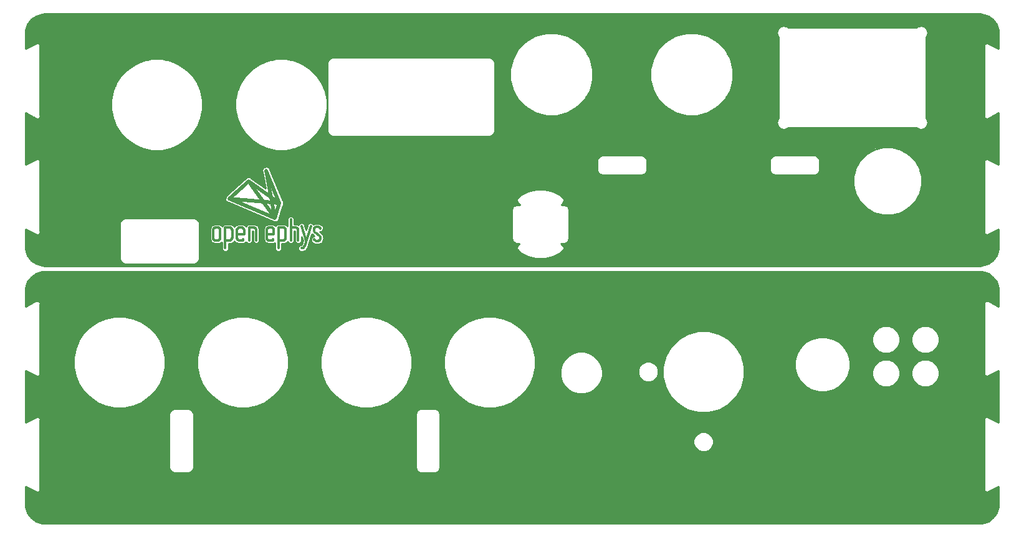
<source format=gtl>
G75*
%MOIN*%
%OFA0B0*%
%FSLAX25Y25*%
%IPPOS*%
%LPD*%
%AMOC8*
5,1,8,0,0,1.08239X$1,22.5*
%
%ADD10C,0.02165*%
%ADD11C,0.01417*%
%ADD12C,0.21654*%
%ADD13C,0.01000*%
D10*
X0136711Y0188508D02*
X0161121Y0178272D01*
X0146948Y0197957D01*
X0136711Y0188508D01*
X0163483Y0186146D01*
X0146948Y0197957D01*
X0156396Y0203469D02*
X0163483Y0186146D01*
X0161121Y0178272D01*
X0156396Y0203469D01*
D11*
X0169625Y0177406D02*
X0169625Y0166224D01*
X0166790Y0167563D02*
X0166790Y0171657D01*
X0166788Y0171731D01*
X0166782Y0171805D01*
X0166773Y0171879D01*
X0166759Y0171952D01*
X0166742Y0172024D01*
X0166721Y0172095D01*
X0166696Y0172165D01*
X0166667Y0172233D01*
X0166636Y0172300D01*
X0166600Y0172366D01*
X0166561Y0172429D01*
X0166519Y0172490D01*
X0166474Y0172549D01*
X0166426Y0172605D01*
X0166375Y0172659D01*
X0166321Y0172710D01*
X0166265Y0172758D01*
X0166206Y0172803D01*
X0166145Y0172845D01*
X0166082Y0172884D01*
X0166016Y0172920D01*
X0165949Y0172951D01*
X0165881Y0172980D01*
X0165811Y0173005D01*
X0165740Y0173026D01*
X0165668Y0173043D01*
X0165595Y0173057D01*
X0165521Y0173066D01*
X0165447Y0173072D01*
X0165373Y0173074D01*
X0165373Y0173075D02*
X0163010Y0173075D01*
X0163010Y0166146D01*
X0165373Y0166146D01*
X0165447Y0166148D01*
X0165521Y0166154D01*
X0165595Y0166163D01*
X0165668Y0166177D01*
X0165740Y0166194D01*
X0165811Y0166215D01*
X0165881Y0166240D01*
X0165949Y0166269D01*
X0166016Y0166300D01*
X0166082Y0166336D01*
X0166145Y0166375D01*
X0166206Y0166417D01*
X0166265Y0166462D01*
X0166321Y0166510D01*
X0166375Y0166561D01*
X0166426Y0166615D01*
X0166474Y0166671D01*
X0166519Y0166730D01*
X0166561Y0166791D01*
X0166600Y0166855D01*
X0166636Y0166920D01*
X0166667Y0166987D01*
X0166696Y0167055D01*
X0166721Y0167125D01*
X0166742Y0167196D01*
X0166759Y0167268D01*
X0166773Y0167341D01*
X0166782Y0167415D01*
X0166788Y0167489D01*
X0166790Y0167563D01*
X0163010Y0166067D02*
X0163010Y0161972D01*
X0159546Y0166146D02*
X0158129Y0166146D01*
X0158055Y0166148D01*
X0157981Y0166154D01*
X0157907Y0166163D01*
X0157834Y0166177D01*
X0157762Y0166194D01*
X0157691Y0166215D01*
X0157621Y0166240D01*
X0157553Y0166269D01*
X0157486Y0166300D01*
X0157421Y0166336D01*
X0157357Y0166375D01*
X0157296Y0166417D01*
X0157237Y0166462D01*
X0157181Y0166510D01*
X0157127Y0166561D01*
X0157076Y0166615D01*
X0157028Y0166671D01*
X0156983Y0166730D01*
X0156941Y0166791D01*
X0156902Y0166855D01*
X0156866Y0166920D01*
X0156835Y0166987D01*
X0156806Y0167055D01*
X0156781Y0167125D01*
X0156760Y0167196D01*
X0156743Y0167268D01*
X0156729Y0167341D01*
X0156720Y0167415D01*
X0156714Y0167489D01*
X0156712Y0167563D01*
X0156711Y0167563D02*
X0156711Y0171657D01*
X0156712Y0171657D02*
X0156714Y0171731D01*
X0156720Y0171805D01*
X0156729Y0171879D01*
X0156743Y0171952D01*
X0156760Y0172024D01*
X0156781Y0172095D01*
X0156806Y0172165D01*
X0156835Y0172233D01*
X0156866Y0172300D01*
X0156902Y0172366D01*
X0156941Y0172429D01*
X0156983Y0172490D01*
X0157028Y0172549D01*
X0157076Y0172605D01*
X0157127Y0172659D01*
X0157181Y0172710D01*
X0157237Y0172758D01*
X0157296Y0172803D01*
X0157357Y0172845D01*
X0157421Y0172884D01*
X0157486Y0172920D01*
X0157553Y0172951D01*
X0157621Y0172980D01*
X0157691Y0173005D01*
X0157762Y0173026D01*
X0157834Y0173043D01*
X0157907Y0173057D01*
X0157981Y0173066D01*
X0158055Y0173072D01*
X0158129Y0173074D01*
X0158129Y0173075D02*
X0159073Y0173075D01*
X0159073Y0173074D02*
X0159147Y0173072D01*
X0159221Y0173066D01*
X0159295Y0173057D01*
X0159368Y0173043D01*
X0159440Y0173026D01*
X0159511Y0173005D01*
X0159581Y0172980D01*
X0159649Y0172951D01*
X0159716Y0172920D01*
X0159782Y0172884D01*
X0159845Y0172845D01*
X0159906Y0172803D01*
X0159965Y0172758D01*
X0160021Y0172710D01*
X0160075Y0172659D01*
X0160126Y0172605D01*
X0160174Y0172549D01*
X0160219Y0172490D01*
X0160261Y0172429D01*
X0160300Y0172366D01*
X0160336Y0172300D01*
X0160367Y0172233D01*
X0160396Y0172165D01*
X0160421Y0172095D01*
X0160442Y0172024D01*
X0160459Y0171952D01*
X0160473Y0171879D01*
X0160482Y0171805D01*
X0160488Y0171731D01*
X0160490Y0171657D01*
X0160491Y0171500D02*
X0160491Y0169610D01*
X0157184Y0169610D01*
X0160097Y0166697D02*
X0160095Y0166651D01*
X0160089Y0166606D01*
X0160080Y0166562D01*
X0160067Y0166518D01*
X0160051Y0166476D01*
X0160031Y0166435D01*
X0160007Y0166396D01*
X0159981Y0166359D01*
X0159951Y0166324D01*
X0159919Y0166292D01*
X0159884Y0166262D01*
X0159847Y0166236D01*
X0159808Y0166212D01*
X0159767Y0166192D01*
X0159725Y0166176D01*
X0159681Y0166163D01*
X0159637Y0166154D01*
X0159592Y0166148D01*
X0159546Y0166146D01*
X0151042Y0166146D02*
X0151042Y0171657D01*
X0151040Y0171731D01*
X0151034Y0171805D01*
X0151025Y0171879D01*
X0151011Y0171952D01*
X0150994Y0172024D01*
X0150973Y0172095D01*
X0150948Y0172165D01*
X0150919Y0172233D01*
X0150888Y0172300D01*
X0150852Y0172366D01*
X0150813Y0172429D01*
X0150771Y0172490D01*
X0150726Y0172549D01*
X0150678Y0172605D01*
X0150627Y0172659D01*
X0150573Y0172710D01*
X0150517Y0172758D01*
X0150458Y0172803D01*
X0150397Y0172845D01*
X0150334Y0172884D01*
X0150268Y0172920D01*
X0150201Y0172951D01*
X0150133Y0172980D01*
X0150063Y0173005D01*
X0149992Y0173026D01*
X0149920Y0173043D01*
X0149847Y0173057D01*
X0149773Y0173066D01*
X0149699Y0173072D01*
X0149625Y0173074D01*
X0149625Y0173075D02*
X0147262Y0173075D01*
X0147262Y0166146D01*
X0143640Y0166146D02*
X0142223Y0166146D01*
X0142149Y0166148D01*
X0142075Y0166154D01*
X0142001Y0166163D01*
X0141928Y0166177D01*
X0141856Y0166194D01*
X0141785Y0166215D01*
X0141715Y0166240D01*
X0141647Y0166269D01*
X0141580Y0166300D01*
X0141515Y0166336D01*
X0141451Y0166375D01*
X0141390Y0166417D01*
X0141331Y0166462D01*
X0141275Y0166510D01*
X0141221Y0166561D01*
X0141170Y0166615D01*
X0141122Y0166671D01*
X0141077Y0166730D01*
X0141035Y0166791D01*
X0140996Y0166855D01*
X0140960Y0166920D01*
X0140929Y0166987D01*
X0140900Y0167055D01*
X0140875Y0167125D01*
X0140854Y0167196D01*
X0140837Y0167268D01*
X0140823Y0167341D01*
X0140814Y0167415D01*
X0140808Y0167489D01*
X0140806Y0167563D01*
X0140806Y0171657D01*
X0140808Y0171731D01*
X0140814Y0171805D01*
X0140823Y0171879D01*
X0140837Y0171952D01*
X0140854Y0172024D01*
X0140875Y0172095D01*
X0140900Y0172165D01*
X0140929Y0172233D01*
X0140960Y0172300D01*
X0140996Y0172366D01*
X0141035Y0172429D01*
X0141077Y0172490D01*
X0141122Y0172549D01*
X0141170Y0172605D01*
X0141221Y0172659D01*
X0141275Y0172710D01*
X0141331Y0172758D01*
X0141390Y0172803D01*
X0141451Y0172845D01*
X0141515Y0172884D01*
X0141580Y0172920D01*
X0141647Y0172951D01*
X0141715Y0172980D01*
X0141785Y0173005D01*
X0141856Y0173026D01*
X0141928Y0173043D01*
X0142001Y0173057D01*
X0142075Y0173066D01*
X0142149Y0173072D01*
X0142223Y0173074D01*
X0142223Y0173075D02*
X0143168Y0173075D01*
X0143168Y0173074D02*
X0143242Y0173072D01*
X0143316Y0173066D01*
X0143390Y0173057D01*
X0143463Y0173043D01*
X0143535Y0173026D01*
X0143606Y0173005D01*
X0143676Y0172980D01*
X0143744Y0172951D01*
X0143811Y0172920D01*
X0143877Y0172884D01*
X0143940Y0172845D01*
X0144001Y0172803D01*
X0144060Y0172758D01*
X0144116Y0172710D01*
X0144170Y0172659D01*
X0144221Y0172605D01*
X0144269Y0172549D01*
X0144314Y0172490D01*
X0144356Y0172429D01*
X0144395Y0172366D01*
X0144431Y0172300D01*
X0144462Y0172233D01*
X0144491Y0172165D01*
X0144516Y0172095D01*
X0144537Y0172024D01*
X0144554Y0171952D01*
X0144568Y0171879D01*
X0144577Y0171805D01*
X0144583Y0171731D01*
X0144585Y0171657D01*
X0144585Y0171500D02*
X0144585Y0169610D01*
X0141278Y0169610D01*
X0138207Y0167563D02*
X0138207Y0171657D01*
X0138205Y0171731D01*
X0138199Y0171805D01*
X0138190Y0171879D01*
X0138176Y0171952D01*
X0138159Y0172024D01*
X0138138Y0172095D01*
X0138113Y0172165D01*
X0138084Y0172233D01*
X0138053Y0172300D01*
X0138017Y0172366D01*
X0137978Y0172429D01*
X0137936Y0172490D01*
X0137891Y0172549D01*
X0137843Y0172605D01*
X0137792Y0172659D01*
X0137738Y0172710D01*
X0137682Y0172758D01*
X0137623Y0172803D01*
X0137562Y0172845D01*
X0137499Y0172884D01*
X0137433Y0172920D01*
X0137366Y0172951D01*
X0137298Y0172980D01*
X0137228Y0173005D01*
X0137157Y0173026D01*
X0137085Y0173043D01*
X0137012Y0173057D01*
X0136938Y0173066D01*
X0136864Y0173072D01*
X0136790Y0173074D01*
X0136790Y0173075D02*
X0134428Y0173075D01*
X0134428Y0166146D01*
X0136790Y0166146D01*
X0136864Y0166148D01*
X0136938Y0166154D01*
X0137012Y0166163D01*
X0137085Y0166177D01*
X0137157Y0166194D01*
X0137228Y0166215D01*
X0137298Y0166240D01*
X0137366Y0166269D01*
X0137433Y0166300D01*
X0137499Y0166336D01*
X0137562Y0166375D01*
X0137623Y0166417D01*
X0137682Y0166462D01*
X0137738Y0166510D01*
X0137792Y0166561D01*
X0137843Y0166615D01*
X0137891Y0166671D01*
X0137936Y0166730D01*
X0137978Y0166791D01*
X0138017Y0166855D01*
X0138053Y0166920D01*
X0138084Y0166987D01*
X0138113Y0167055D01*
X0138138Y0167125D01*
X0138159Y0167196D01*
X0138176Y0167268D01*
X0138190Y0167341D01*
X0138199Y0167415D01*
X0138205Y0167489D01*
X0138207Y0167563D01*
X0134428Y0166067D02*
X0134428Y0161972D01*
X0130176Y0166146D02*
X0129703Y0166146D01*
X0129467Y0166146D02*
X0129393Y0166148D01*
X0129319Y0166154D01*
X0129245Y0166163D01*
X0129172Y0166177D01*
X0129100Y0166194D01*
X0129029Y0166215D01*
X0128959Y0166240D01*
X0128891Y0166269D01*
X0128824Y0166300D01*
X0128759Y0166336D01*
X0128695Y0166375D01*
X0128634Y0166417D01*
X0128575Y0166462D01*
X0128519Y0166510D01*
X0128465Y0166561D01*
X0128414Y0166615D01*
X0128366Y0166671D01*
X0128321Y0166730D01*
X0128279Y0166791D01*
X0128240Y0166855D01*
X0128204Y0166920D01*
X0128173Y0166987D01*
X0128144Y0167055D01*
X0128119Y0167125D01*
X0128098Y0167196D01*
X0128081Y0167268D01*
X0128067Y0167341D01*
X0128058Y0167415D01*
X0128052Y0167489D01*
X0128050Y0167563D01*
X0128050Y0171657D01*
X0128052Y0171731D01*
X0128058Y0171805D01*
X0128067Y0171879D01*
X0128081Y0171952D01*
X0128098Y0172024D01*
X0128119Y0172095D01*
X0128144Y0172165D01*
X0128173Y0172233D01*
X0128204Y0172300D01*
X0128240Y0172366D01*
X0128279Y0172429D01*
X0128321Y0172490D01*
X0128366Y0172549D01*
X0128414Y0172605D01*
X0128465Y0172659D01*
X0128519Y0172710D01*
X0128575Y0172758D01*
X0128634Y0172803D01*
X0128695Y0172845D01*
X0128759Y0172884D01*
X0128824Y0172920D01*
X0128891Y0172951D01*
X0128959Y0172980D01*
X0129029Y0173005D01*
X0129100Y0173026D01*
X0129172Y0173043D01*
X0129245Y0173057D01*
X0129319Y0173066D01*
X0129393Y0173072D01*
X0129467Y0173074D01*
X0129585Y0173075D02*
X0130412Y0173075D01*
X0130373Y0173074D02*
X0130447Y0173072D01*
X0130521Y0173066D01*
X0130595Y0173057D01*
X0130668Y0173043D01*
X0130740Y0173026D01*
X0130811Y0173005D01*
X0130881Y0172980D01*
X0130949Y0172951D01*
X0131016Y0172920D01*
X0131082Y0172884D01*
X0131145Y0172845D01*
X0131206Y0172803D01*
X0131265Y0172758D01*
X0131321Y0172710D01*
X0131375Y0172659D01*
X0131426Y0172605D01*
X0131474Y0172549D01*
X0131519Y0172490D01*
X0131561Y0172429D01*
X0131600Y0172366D01*
X0131636Y0172300D01*
X0131667Y0172233D01*
X0131696Y0172165D01*
X0131721Y0172095D01*
X0131742Y0172024D01*
X0131759Y0171952D01*
X0131773Y0171879D01*
X0131782Y0171805D01*
X0131788Y0171731D01*
X0131790Y0171657D01*
X0131790Y0167563D01*
X0131788Y0167489D01*
X0131782Y0167415D01*
X0131773Y0167341D01*
X0131759Y0167268D01*
X0131742Y0167196D01*
X0131721Y0167125D01*
X0131696Y0167055D01*
X0131667Y0166987D01*
X0131636Y0166920D01*
X0131600Y0166855D01*
X0131561Y0166791D01*
X0131519Y0166730D01*
X0131474Y0166671D01*
X0131426Y0166615D01*
X0131375Y0166561D01*
X0131321Y0166510D01*
X0131265Y0166462D01*
X0131206Y0166417D01*
X0131145Y0166375D01*
X0131082Y0166336D01*
X0131016Y0166300D01*
X0130949Y0166269D01*
X0130881Y0166240D01*
X0130811Y0166215D01*
X0130740Y0166194D01*
X0130668Y0166177D01*
X0130595Y0166163D01*
X0130521Y0166154D01*
X0130447Y0166148D01*
X0130373Y0166146D01*
X0143640Y0166146D02*
X0143686Y0166148D01*
X0143731Y0166154D01*
X0143775Y0166163D01*
X0143819Y0166176D01*
X0143861Y0166192D01*
X0143902Y0166212D01*
X0143941Y0166236D01*
X0143978Y0166262D01*
X0144013Y0166292D01*
X0144045Y0166324D01*
X0144075Y0166359D01*
X0144101Y0166396D01*
X0144125Y0166435D01*
X0144145Y0166476D01*
X0144161Y0166518D01*
X0144174Y0166562D01*
X0144183Y0166606D01*
X0144189Y0166651D01*
X0144191Y0166697D01*
X0170176Y0173075D02*
X0171987Y0173075D01*
X0171987Y0173074D02*
X0172061Y0173072D01*
X0172135Y0173066D01*
X0172209Y0173057D01*
X0172282Y0173043D01*
X0172354Y0173026D01*
X0172425Y0173005D01*
X0172495Y0172980D01*
X0172563Y0172951D01*
X0172630Y0172920D01*
X0172696Y0172884D01*
X0172759Y0172845D01*
X0172820Y0172803D01*
X0172879Y0172758D01*
X0172935Y0172710D01*
X0172989Y0172659D01*
X0173040Y0172605D01*
X0173088Y0172549D01*
X0173133Y0172490D01*
X0173175Y0172429D01*
X0173214Y0172366D01*
X0173250Y0172300D01*
X0173281Y0172233D01*
X0173310Y0172165D01*
X0173335Y0172095D01*
X0173356Y0172024D01*
X0173373Y0171952D01*
X0173387Y0171879D01*
X0173396Y0171805D01*
X0173402Y0171731D01*
X0173404Y0171657D01*
X0173483Y0166146D01*
X0177814Y0166224D02*
X0175215Y0173783D01*
X0180255Y0173783D02*
X0176948Y0163154D01*
X0176869Y0162996D02*
X0176318Y0162209D01*
X0175609Y0162051D01*
X0175215Y0162051D01*
X0182066Y0166539D02*
X0182066Y0166697D01*
X0182066Y0166539D02*
X0182223Y0166303D01*
X0182617Y0166067D01*
X0182932Y0165909D01*
X0183010Y0165909D02*
X0183955Y0165909D01*
X0183955Y0165910D02*
X0184029Y0165912D01*
X0184103Y0165918D01*
X0184177Y0165927D01*
X0184250Y0165941D01*
X0184322Y0165958D01*
X0184393Y0165979D01*
X0184463Y0166004D01*
X0184531Y0166033D01*
X0184598Y0166064D01*
X0184664Y0166100D01*
X0184727Y0166139D01*
X0184788Y0166181D01*
X0184847Y0166226D01*
X0184903Y0166274D01*
X0184957Y0166325D01*
X0185008Y0166379D01*
X0185056Y0166435D01*
X0185101Y0166494D01*
X0185143Y0166555D01*
X0185182Y0166619D01*
X0185218Y0166684D01*
X0185249Y0166751D01*
X0185278Y0166819D01*
X0185303Y0166889D01*
X0185324Y0166960D01*
X0185341Y0167032D01*
X0185355Y0167105D01*
X0185364Y0167179D01*
X0185370Y0167253D01*
X0185372Y0167327D01*
X0185373Y0167406D02*
X0185373Y0167799D01*
X0185294Y0168193D01*
X0184585Y0168902D01*
X0183325Y0169846D01*
X0183562Y0169689D02*
X0182302Y0170634D01*
X0181987Y0171106D01*
X0181908Y0171500D01*
X0181908Y0171894D01*
X0181908Y0171972D02*
X0181910Y0172046D01*
X0181916Y0172120D01*
X0181925Y0172194D01*
X0181939Y0172267D01*
X0181956Y0172339D01*
X0181977Y0172410D01*
X0182002Y0172480D01*
X0182031Y0172548D01*
X0182062Y0172615D01*
X0182098Y0172681D01*
X0182137Y0172744D01*
X0182179Y0172805D01*
X0182224Y0172864D01*
X0182272Y0172920D01*
X0182323Y0172974D01*
X0182377Y0173025D01*
X0182433Y0173073D01*
X0182492Y0173118D01*
X0182553Y0173160D01*
X0182617Y0173199D01*
X0182682Y0173235D01*
X0182749Y0173266D01*
X0182817Y0173295D01*
X0182887Y0173320D01*
X0182958Y0173341D01*
X0183030Y0173358D01*
X0183103Y0173372D01*
X0183177Y0173381D01*
X0183251Y0173387D01*
X0183325Y0173389D01*
X0183325Y0173390D02*
X0184270Y0173390D01*
X0184349Y0173390D02*
X0184664Y0173232D01*
X0185058Y0172996D01*
X0185215Y0172760D01*
X0185215Y0172602D01*
D12*
X0049392Y0173429D03*
X0049392Y0134020D03*
X0049392Y0035634D03*
X0049392Y0271815D03*
X0525770Y0271815D03*
X0525770Y0173429D03*
X0525770Y0134020D03*
X0525770Y0035634D03*
D13*
X0030601Y0017831D02*
X0028705Y0020441D01*
X0027708Y0023509D01*
X0027581Y0025122D01*
X0027581Y0034506D01*
X0033067Y0031763D01*
X0033334Y0031496D01*
X0033601Y0031496D01*
X0033840Y0031377D01*
X0034199Y0031496D01*
X0034577Y0031496D01*
X0034766Y0031685D01*
X0035019Y0031770D01*
X0035188Y0032108D01*
X0035455Y0032375D01*
X0035455Y0032642D01*
X0035575Y0032881D01*
X0035455Y0033239D01*
X0035455Y0070154D01*
X0035575Y0070513D01*
X0035455Y0070752D01*
X0035455Y0071019D01*
X0035188Y0071286D01*
X0035019Y0071624D01*
X0034766Y0071709D01*
X0034577Y0071898D01*
X0034199Y0071898D01*
X0033840Y0072017D01*
X0033601Y0071898D01*
X0033334Y0071898D01*
X0033067Y0071630D01*
X0027581Y0068888D01*
X0027581Y0096514D01*
X0033067Y0093771D01*
X0033334Y0093504D01*
X0033601Y0093504D01*
X0033840Y0093384D01*
X0034199Y0093504D01*
X0034577Y0093504D01*
X0034766Y0093693D01*
X0035019Y0093777D01*
X0035188Y0094115D01*
X0035455Y0094383D01*
X0035455Y0094650D01*
X0035575Y0094889D01*
X0035455Y0095247D01*
X0035455Y0132162D01*
X0035575Y0132521D01*
X0035455Y0132760D01*
X0035455Y0133027D01*
X0035188Y0133294D01*
X0035019Y0133632D01*
X0034766Y0133717D01*
X0034577Y0133905D01*
X0034199Y0133905D01*
X0033840Y0134025D01*
X0033601Y0133905D01*
X0033334Y0133905D01*
X0033067Y0133638D01*
X0027581Y0130896D01*
X0027581Y0139295D01*
X0027708Y0140908D01*
X0028705Y0143976D01*
X0030601Y0146586D01*
X0033211Y0148482D01*
X0036279Y0149479D01*
X0037892Y0149606D01*
X0537271Y0149606D01*
X0537892Y0149606D01*
X0539505Y0149479D01*
X0542573Y0148482D01*
X0545183Y0146586D01*
X0547080Y0143976D01*
X0548076Y0140908D01*
X0548203Y0139295D01*
X0548203Y0130896D01*
X0542718Y0133638D01*
X0542451Y0133905D01*
X0542183Y0133905D01*
X0541944Y0134025D01*
X0541586Y0133905D01*
X0541208Y0133905D01*
X0541019Y0133717D01*
X0540766Y0133632D01*
X0540597Y0133294D01*
X0540329Y0133027D01*
X0540329Y0132760D01*
X0540210Y0132521D01*
X0540329Y0132162D01*
X0540329Y0095247D01*
X0540210Y0094889D01*
X0540329Y0094650D01*
X0540329Y0094383D01*
X0540597Y0094115D01*
X0540766Y0093777D01*
X0541019Y0093693D01*
X0541208Y0093504D01*
X0541586Y0093504D01*
X0541944Y0093384D01*
X0542183Y0093504D01*
X0542451Y0093504D01*
X0542718Y0093771D01*
X0548203Y0096514D01*
X0548203Y0068888D01*
X0542718Y0071630D01*
X0542451Y0071898D01*
X0542183Y0071898D01*
X0541944Y0072017D01*
X0541586Y0071898D01*
X0541208Y0071898D01*
X0541019Y0071709D01*
X0540766Y0071624D01*
X0540597Y0071286D01*
X0540329Y0071019D01*
X0540329Y0070752D01*
X0540210Y0070513D01*
X0540329Y0070154D01*
X0540329Y0033239D01*
X0540210Y0032881D01*
X0540329Y0032642D01*
X0540329Y0032375D01*
X0540597Y0032108D01*
X0540766Y0031770D01*
X0541019Y0031685D01*
X0541208Y0031496D01*
X0541586Y0031496D01*
X0541944Y0031377D01*
X0542183Y0031496D01*
X0542451Y0031496D01*
X0542718Y0031763D01*
X0548203Y0034506D01*
X0548203Y0025122D01*
X0548076Y0023509D01*
X0547080Y0020441D01*
X0545183Y0017831D01*
X0542573Y0015935D01*
X0539505Y0014938D01*
X0537892Y0014811D01*
X0037892Y0014811D01*
X0036279Y0014938D01*
X0033211Y0015935D01*
X0030601Y0017831D01*
X0030258Y0018304D02*
X0545527Y0018304D01*
X0546252Y0019302D02*
X0029533Y0019302D01*
X0028807Y0020301D02*
X0546978Y0020301D01*
X0547358Y0021299D02*
X0028426Y0021299D01*
X0028102Y0022298D02*
X0547683Y0022298D01*
X0548007Y0023296D02*
X0027777Y0023296D01*
X0027646Y0024295D02*
X0548138Y0024295D01*
X0548203Y0025293D02*
X0027581Y0025293D01*
X0027581Y0026292D02*
X0548203Y0026292D01*
X0548203Y0027290D02*
X0027581Y0027290D01*
X0027581Y0028289D02*
X0548203Y0028289D01*
X0548203Y0029287D02*
X0027581Y0029287D01*
X0027581Y0030286D02*
X0548203Y0030286D01*
X0548203Y0031284D02*
X0027581Y0031284D01*
X0027581Y0032283D02*
X0032028Y0032283D01*
X0030031Y0033281D02*
X0027581Y0033281D01*
X0027581Y0034280D02*
X0028034Y0034280D01*
X0035455Y0034280D02*
X0540329Y0034280D01*
X0540329Y0035278D02*
X0035455Y0035278D01*
X0035455Y0036277D02*
X0540329Y0036277D01*
X0540329Y0037275D02*
X0035455Y0037275D01*
X0035455Y0038274D02*
X0540329Y0038274D01*
X0540329Y0039272D02*
X0035455Y0039272D01*
X0035455Y0040271D02*
X0540329Y0040271D01*
X0540329Y0041269D02*
X0035455Y0041269D01*
X0035455Y0042268D02*
X0106337Y0042268D01*
X0106924Y0041929D02*
X0115082Y0041929D01*
X0116691Y0042859D01*
X0117621Y0044468D01*
X0117621Y0073492D01*
X0116691Y0075102D01*
X0115082Y0076031D01*
X0106924Y0076031D01*
X0105314Y0075102D01*
X0104385Y0073492D01*
X0104385Y0073184D01*
X0104385Y0044468D01*
X0105314Y0042859D01*
X0106924Y0041929D01*
X0105314Y0042859D02*
X0105314Y0042859D01*
X0105314Y0042859D01*
X0105078Y0043266D02*
X0035455Y0043266D01*
X0035455Y0044265D02*
X0104502Y0044265D01*
X0104385Y0045263D02*
X0035455Y0045263D01*
X0035455Y0046262D02*
X0104385Y0046262D01*
X0104385Y0047260D02*
X0035455Y0047260D01*
X0035455Y0048259D02*
X0104385Y0048259D01*
X0104385Y0049257D02*
X0035455Y0049257D01*
X0035455Y0050256D02*
X0104385Y0050256D01*
X0104385Y0051254D02*
X0035455Y0051254D01*
X0035455Y0052253D02*
X0104385Y0052253D01*
X0104385Y0053251D02*
X0035455Y0053251D01*
X0035455Y0054250D02*
X0104385Y0054250D01*
X0104385Y0055248D02*
X0035455Y0055248D01*
X0035455Y0056247D02*
X0104385Y0056247D01*
X0104385Y0057246D02*
X0035455Y0057246D01*
X0035455Y0058244D02*
X0104385Y0058244D01*
X0104385Y0059243D02*
X0035455Y0059243D01*
X0035455Y0060241D02*
X0104385Y0060241D01*
X0104385Y0061240D02*
X0035455Y0061240D01*
X0035455Y0062238D02*
X0104385Y0062238D01*
X0104385Y0063237D02*
X0035455Y0063237D01*
X0035455Y0064235D02*
X0104385Y0064235D01*
X0104385Y0065234D02*
X0035455Y0065234D01*
X0035455Y0066232D02*
X0104385Y0066232D01*
X0104385Y0067231D02*
X0035455Y0067231D01*
X0035455Y0068229D02*
X0104385Y0068229D01*
X0104385Y0069228D02*
X0035455Y0069228D01*
X0035479Y0070226D02*
X0104385Y0070226D01*
X0104385Y0071225D02*
X0035250Y0071225D01*
X0032255Y0071225D02*
X0027581Y0071225D01*
X0027581Y0072223D02*
X0104385Y0072223D01*
X0104385Y0073222D02*
X0027581Y0073222D01*
X0027581Y0074220D02*
X0104805Y0074220D01*
X0105314Y0075102D02*
X0105314Y0075102D01*
X0105314Y0075102D01*
X0105516Y0075219D02*
X0027581Y0075219D01*
X0027581Y0076217D02*
X0380819Y0076217D01*
X0381857Y0075618D02*
X0376892Y0078485D01*
X0372838Y0082539D01*
X0369971Y0087504D01*
X0368487Y0093043D01*
X0368487Y0098776D01*
X0369971Y0104315D01*
X0372838Y0109280D01*
X0376892Y0113334D01*
X0381857Y0116201D01*
X0387396Y0117685D01*
X0393129Y0117685D01*
X0398668Y0116201D01*
X0403633Y0113334D01*
X0407687Y0109280D01*
X0410554Y0104315D01*
X0412038Y0098776D01*
X0412038Y0093043D01*
X0410554Y0087504D01*
X0407687Y0082539D01*
X0403633Y0078485D01*
X0398668Y0075618D01*
X0393129Y0074134D01*
X0387396Y0074134D01*
X0381857Y0075618D01*
X0383347Y0075219D02*
X0248379Y0075219D01*
X0248581Y0075102D02*
X0246971Y0076031D01*
X0238813Y0076031D01*
X0237204Y0075102D01*
X0236274Y0073492D01*
X0236274Y0073184D01*
X0236274Y0044468D01*
X0237204Y0042859D01*
X0238813Y0041929D01*
X0246971Y0041929D01*
X0248581Y0042859D01*
X0249510Y0044468D01*
X0249510Y0073492D01*
X0248581Y0075102D01*
X0248581Y0075102D01*
X0248581Y0075102D01*
X0249090Y0074220D02*
X0387073Y0074220D01*
X0393452Y0074220D02*
X0548203Y0074220D01*
X0548203Y0073222D02*
X0249510Y0073222D01*
X0249510Y0072223D02*
X0548203Y0072223D01*
X0548203Y0071225D02*
X0543529Y0071225D01*
X0545526Y0070226D02*
X0548203Y0070226D01*
X0548203Y0069228D02*
X0547523Y0069228D01*
X0540329Y0069228D02*
X0249510Y0069228D01*
X0249510Y0070226D02*
X0540305Y0070226D01*
X0540535Y0071225D02*
X0249510Y0071225D01*
X0249510Y0068229D02*
X0540329Y0068229D01*
X0540329Y0067231D02*
X0249510Y0067231D01*
X0249510Y0066232D02*
X0540329Y0066232D01*
X0540329Y0065234D02*
X0249510Y0065234D01*
X0249510Y0064235D02*
X0540329Y0064235D01*
X0540329Y0063237D02*
X0392666Y0063237D01*
X0393320Y0062966D02*
X0391336Y0063787D01*
X0389189Y0063787D01*
X0387205Y0062966D01*
X0385687Y0061447D01*
X0384865Y0059463D01*
X0384865Y0057316D01*
X0385687Y0055332D01*
X0387205Y0053814D01*
X0389189Y0052992D01*
X0391336Y0052992D01*
X0393320Y0053814D01*
X0394838Y0055332D01*
X0395660Y0057316D01*
X0395660Y0059463D01*
X0394838Y0061447D01*
X0393320Y0062966D01*
X0394048Y0062238D02*
X0540329Y0062238D01*
X0540329Y0061240D02*
X0394924Y0061240D01*
X0395338Y0060241D02*
X0540329Y0060241D01*
X0540329Y0059243D02*
X0395660Y0059243D01*
X0395660Y0058244D02*
X0540329Y0058244D01*
X0540329Y0057246D02*
X0395631Y0057246D01*
X0395217Y0056247D02*
X0540329Y0056247D01*
X0540329Y0055248D02*
X0394755Y0055248D01*
X0393756Y0054250D02*
X0540329Y0054250D01*
X0540329Y0053251D02*
X0391962Y0053251D01*
X0388563Y0053251D02*
X0249510Y0053251D01*
X0249510Y0052253D02*
X0540329Y0052253D01*
X0540329Y0051254D02*
X0249510Y0051254D01*
X0249510Y0050256D02*
X0540329Y0050256D01*
X0540329Y0049257D02*
X0249510Y0049257D01*
X0249510Y0048259D02*
X0540329Y0048259D01*
X0540329Y0047260D02*
X0249510Y0047260D01*
X0249510Y0046262D02*
X0540329Y0046262D01*
X0540329Y0045263D02*
X0249510Y0045263D01*
X0249393Y0044265D02*
X0540329Y0044265D01*
X0540329Y0043266D02*
X0248817Y0043266D01*
X0248581Y0042859D02*
X0248581Y0042859D01*
X0248581Y0042859D01*
X0247558Y0042268D02*
X0540329Y0042268D01*
X0547751Y0034280D02*
X0548203Y0034280D01*
X0548203Y0033281D02*
X0545754Y0033281D01*
X0543757Y0032283D02*
X0548203Y0032283D01*
X0540421Y0032283D02*
X0035363Y0032283D01*
X0035455Y0033281D02*
X0540329Y0033281D01*
X0544459Y0017305D02*
X0031325Y0017305D01*
X0032700Y0016307D02*
X0543085Y0016307D01*
X0540644Y0015308D02*
X0035140Y0015308D01*
X0115668Y0042268D02*
X0238227Y0042268D01*
X0237204Y0042859D02*
X0237204Y0042859D01*
X0237204Y0042859D01*
X0236968Y0043266D02*
X0116927Y0043266D01*
X0116691Y0042859D02*
X0116691Y0042859D01*
X0116691Y0042859D01*
X0117503Y0044265D02*
X0236392Y0044265D01*
X0236274Y0045263D02*
X0117621Y0045263D01*
X0117621Y0046262D02*
X0236274Y0046262D01*
X0236274Y0047260D02*
X0117621Y0047260D01*
X0117621Y0048259D02*
X0236274Y0048259D01*
X0236274Y0049257D02*
X0117621Y0049257D01*
X0117621Y0050256D02*
X0236274Y0050256D01*
X0236274Y0051254D02*
X0117621Y0051254D01*
X0117621Y0052253D02*
X0236274Y0052253D01*
X0236274Y0053251D02*
X0117621Y0053251D01*
X0117621Y0054250D02*
X0236274Y0054250D01*
X0236274Y0055248D02*
X0117621Y0055248D01*
X0117621Y0056247D02*
X0236274Y0056247D01*
X0236274Y0057246D02*
X0117621Y0057246D01*
X0117621Y0058244D02*
X0236274Y0058244D01*
X0236274Y0059243D02*
X0117621Y0059243D01*
X0117621Y0060241D02*
X0236274Y0060241D01*
X0236274Y0061240D02*
X0117621Y0061240D01*
X0117621Y0062238D02*
X0236274Y0062238D01*
X0236274Y0063237D02*
X0117621Y0063237D01*
X0117621Y0064235D02*
X0236274Y0064235D01*
X0236274Y0065234D02*
X0117621Y0065234D01*
X0117621Y0066232D02*
X0236274Y0066232D01*
X0236274Y0067231D02*
X0117621Y0067231D01*
X0117621Y0068229D02*
X0236274Y0068229D01*
X0236274Y0069228D02*
X0117621Y0069228D01*
X0117621Y0070226D02*
X0236274Y0070226D01*
X0236274Y0071225D02*
X0117621Y0071225D01*
X0117621Y0072223D02*
X0236274Y0072223D01*
X0236274Y0073222D02*
X0117621Y0073222D01*
X0117201Y0074220D02*
X0236695Y0074220D01*
X0237204Y0075102D02*
X0237204Y0075102D01*
X0237204Y0075102D01*
X0237406Y0075219D02*
X0116489Y0075219D01*
X0116691Y0075102D02*
X0116691Y0075102D01*
X0116691Y0075102D01*
X0129396Y0081210D02*
X0092389Y0081210D01*
X0093530Y0081973D02*
X0089512Y0079288D01*
X0085048Y0077439D01*
X0080309Y0076496D01*
X0075476Y0076496D01*
X0070737Y0077439D01*
X0066272Y0079288D01*
X0062254Y0081973D01*
X0058838Y0085390D01*
X0056153Y0089408D01*
X0054304Y0093872D01*
X0053361Y0098611D01*
X0053361Y0103444D01*
X0054304Y0108183D01*
X0056153Y0112648D01*
X0058838Y0116665D01*
X0062254Y0120082D01*
X0066272Y0122767D01*
X0070737Y0124616D01*
X0075476Y0125559D01*
X0080309Y0125559D01*
X0085048Y0124616D01*
X0089512Y0122767D01*
X0093530Y0120082D01*
X0096947Y0116665D01*
X0099632Y0112648D01*
X0101481Y0108183D01*
X0102424Y0103444D01*
X0102424Y0098611D01*
X0101481Y0093872D01*
X0099632Y0089408D01*
X0096947Y0085390D01*
X0093530Y0081973D01*
X0093766Y0082208D02*
X0128019Y0082208D01*
X0128254Y0081973D02*
X0132272Y0079288D01*
X0136737Y0077439D01*
X0141476Y0076496D01*
X0146309Y0076496D01*
X0151048Y0077439D01*
X0155512Y0079288D01*
X0159530Y0081973D01*
X0162947Y0085390D01*
X0165632Y0089408D01*
X0167481Y0093872D01*
X0168424Y0098611D01*
X0168424Y0103444D01*
X0167481Y0108183D01*
X0165632Y0112648D01*
X0162947Y0116665D01*
X0159530Y0120082D01*
X0155512Y0122767D01*
X0151048Y0124616D01*
X0146309Y0125559D01*
X0141476Y0125559D01*
X0136737Y0124616D01*
X0132272Y0122767D01*
X0128254Y0120082D01*
X0124838Y0116665D01*
X0122153Y0112648D01*
X0120304Y0108183D01*
X0119361Y0103444D01*
X0119361Y0098611D01*
X0120304Y0093872D01*
X0122153Y0089408D01*
X0124838Y0085390D01*
X0128254Y0081973D01*
X0127020Y0083207D02*
X0094764Y0083207D01*
X0095763Y0084205D02*
X0126022Y0084205D01*
X0125023Y0085204D02*
X0096761Y0085204D01*
X0097490Y0086202D02*
X0124294Y0086202D01*
X0123627Y0087201D02*
X0098157Y0087201D01*
X0098825Y0088199D02*
X0122960Y0088199D01*
X0122293Y0089198D02*
X0099492Y0089198D01*
X0099959Y0090196D02*
X0121826Y0090196D01*
X0121412Y0091195D02*
X0100372Y0091195D01*
X0100786Y0092193D02*
X0120999Y0092193D01*
X0120585Y0093192D02*
X0101199Y0093192D01*
X0101544Y0094190D02*
X0120240Y0094190D01*
X0120042Y0095189D02*
X0101743Y0095189D01*
X0101942Y0096187D02*
X0119843Y0096187D01*
X0119644Y0097186D02*
X0102140Y0097186D01*
X0102339Y0098184D02*
X0119446Y0098184D01*
X0119361Y0099183D02*
X0102424Y0099183D01*
X0102424Y0100182D02*
X0119361Y0100182D01*
X0119361Y0101180D02*
X0102424Y0101180D01*
X0102424Y0102179D02*
X0119361Y0102179D01*
X0119361Y0103177D02*
X0102424Y0103177D01*
X0102278Y0104176D02*
X0119506Y0104176D01*
X0119705Y0105174D02*
X0102080Y0105174D01*
X0101881Y0106173D02*
X0119904Y0106173D01*
X0120102Y0107171D02*
X0101682Y0107171D01*
X0101484Y0108170D02*
X0120301Y0108170D01*
X0120712Y0109168D02*
X0101073Y0109168D01*
X0100660Y0110167D02*
X0121125Y0110167D01*
X0121539Y0111165D02*
X0100246Y0111165D01*
X0099832Y0112164D02*
X0121952Y0112164D01*
X0122497Y0113162D02*
X0099288Y0113162D01*
X0098621Y0114161D02*
X0123164Y0114161D01*
X0123831Y0115159D02*
X0097954Y0115159D01*
X0097287Y0116158D02*
X0124498Y0116158D01*
X0125328Y0117156D02*
X0096456Y0117156D01*
X0095458Y0118155D02*
X0126327Y0118155D01*
X0127325Y0119153D02*
X0094459Y0119153D01*
X0093427Y0120152D02*
X0128358Y0120152D01*
X0129853Y0121150D02*
X0091932Y0121150D01*
X0090438Y0122149D02*
X0131347Y0122149D01*
X0133190Y0123147D02*
X0088595Y0123147D01*
X0086184Y0124146D02*
X0135601Y0124146D01*
X0139391Y0125144D02*
X0082394Y0125144D01*
X0073391Y0125144D02*
X0035455Y0125144D01*
X0035455Y0124146D02*
X0069601Y0124146D01*
X0067190Y0123147D02*
X0035455Y0123147D01*
X0035455Y0122149D02*
X0065347Y0122149D01*
X0063853Y0121150D02*
X0035455Y0121150D01*
X0035455Y0120152D02*
X0062358Y0120152D01*
X0061325Y0119153D02*
X0035455Y0119153D01*
X0035455Y0118155D02*
X0060327Y0118155D01*
X0059328Y0117156D02*
X0035455Y0117156D01*
X0035455Y0116158D02*
X0058498Y0116158D01*
X0057831Y0115159D02*
X0035455Y0115159D01*
X0035455Y0114161D02*
X0057164Y0114161D01*
X0056497Y0113162D02*
X0035455Y0113162D01*
X0035455Y0112164D02*
X0055952Y0112164D01*
X0055539Y0111165D02*
X0035455Y0111165D01*
X0035455Y0110167D02*
X0055125Y0110167D01*
X0054712Y0109168D02*
X0035455Y0109168D01*
X0035455Y0108170D02*
X0054301Y0108170D01*
X0054102Y0107171D02*
X0035455Y0107171D01*
X0035455Y0106173D02*
X0053904Y0106173D01*
X0053705Y0105174D02*
X0035455Y0105174D01*
X0035455Y0104176D02*
X0053506Y0104176D01*
X0053361Y0103177D02*
X0035455Y0103177D01*
X0035455Y0102179D02*
X0053361Y0102179D01*
X0053361Y0101180D02*
X0035455Y0101180D01*
X0035455Y0100182D02*
X0053361Y0100182D01*
X0053361Y0099183D02*
X0035455Y0099183D01*
X0035455Y0098184D02*
X0053446Y0098184D01*
X0053644Y0097186D02*
X0035455Y0097186D01*
X0035455Y0096187D02*
X0053843Y0096187D01*
X0054042Y0095189D02*
X0035475Y0095189D01*
X0035263Y0094190D02*
X0054240Y0094190D01*
X0054585Y0093192D02*
X0027581Y0093192D01*
X0027581Y0094190D02*
X0032228Y0094190D01*
X0030231Y0095189D02*
X0027581Y0095189D01*
X0027581Y0096187D02*
X0028234Y0096187D01*
X0027581Y0092193D02*
X0054999Y0092193D01*
X0055412Y0091195D02*
X0027581Y0091195D01*
X0027581Y0090196D02*
X0055826Y0090196D01*
X0056293Y0089198D02*
X0027581Y0089198D01*
X0027581Y0088199D02*
X0056960Y0088199D01*
X0057627Y0087201D02*
X0027581Y0087201D01*
X0027581Y0086202D02*
X0058294Y0086202D01*
X0059023Y0085204D02*
X0027581Y0085204D01*
X0027581Y0084205D02*
X0060022Y0084205D01*
X0061020Y0083207D02*
X0027581Y0083207D01*
X0027581Y0082208D02*
X0062019Y0082208D01*
X0063396Y0081210D02*
X0027581Y0081210D01*
X0027581Y0080211D02*
X0064891Y0080211D01*
X0066454Y0079213D02*
X0027581Y0079213D01*
X0027581Y0078214D02*
X0068865Y0078214D01*
X0071858Y0077216D02*
X0027581Y0077216D01*
X0027581Y0070226D02*
X0030258Y0070226D01*
X0028261Y0069228D02*
X0027581Y0069228D01*
X0083927Y0077216D02*
X0137858Y0077216D01*
X0134865Y0078214D02*
X0086920Y0078214D01*
X0089331Y0079213D02*
X0132454Y0079213D01*
X0130891Y0080211D02*
X0090894Y0080211D01*
X0149927Y0077216D02*
X0203858Y0077216D01*
X0202737Y0077439D02*
X0207476Y0076496D01*
X0212309Y0076496D01*
X0217048Y0077439D01*
X0221512Y0079288D01*
X0225530Y0081973D01*
X0228947Y0085390D01*
X0231632Y0089408D01*
X0233481Y0093872D01*
X0234424Y0098611D01*
X0234424Y0103444D01*
X0233481Y0108183D01*
X0231632Y0112648D01*
X0228947Y0116665D01*
X0225530Y0120082D01*
X0221512Y0122767D01*
X0217048Y0124616D01*
X0212309Y0125559D01*
X0207476Y0125559D01*
X0202737Y0124616D01*
X0198272Y0122767D01*
X0194254Y0120082D01*
X0190838Y0116665D01*
X0188153Y0112648D01*
X0186304Y0108183D01*
X0185361Y0103444D01*
X0185361Y0098611D01*
X0186304Y0093872D01*
X0188153Y0089408D01*
X0190838Y0085390D01*
X0194254Y0081973D01*
X0198272Y0079288D01*
X0202737Y0077439D01*
X0200865Y0078214D02*
X0152920Y0078214D01*
X0155331Y0079213D02*
X0198454Y0079213D01*
X0196891Y0080211D02*
X0156894Y0080211D01*
X0158389Y0081210D02*
X0195396Y0081210D01*
X0194019Y0082208D02*
X0159766Y0082208D01*
X0160764Y0083207D02*
X0193020Y0083207D01*
X0192022Y0084205D02*
X0161763Y0084205D01*
X0162761Y0085204D02*
X0191023Y0085204D01*
X0190294Y0086202D02*
X0163490Y0086202D01*
X0164157Y0087201D02*
X0189627Y0087201D01*
X0188960Y0088199D02*
X0164825Y0088199D01*
X0165492Y0089198D02*
X0188293Y0089198D01*
X0187826Y0090196D02*
X0165959Y0090196D01*
X0166372Y0091195D02*
X0187412Y0091195D01*
X0186999Y0092193D02*
X0166786Y0092193D01*
X0167199Y0093192D02*
X0186585Y0093192D01*
X0186240Y0094190D02*
X0167544Y0094190D01*
X0167743Y0095189D02*
X0186042Y0095189D01*
X0185843Y0096187D02*
X0167942Y0096187D01*
X0168140Y0097186D02*
X0185644Y0097186D01*
X0185446Y0098184D02*
X0168339Y0098184D01*
X0168424Y0099183D02*
X0185361Y0099183D01*
X0185361Y0100182D02*
X0168424Y0100182D01*
X0168424Y0101180D02*
X0185361Y0101180D01*
X0185361Y0102179D02*
X0168424Y0102179D01*
X0168424Y0103177D02*
X0185361Y0103177D01*
X0185506Y0104176D02*
X0168278Y0104176D01*
X0168080Y0105174D02*
X0185705Y0105174D01*
X0185904Y0106173D02*
X0167881Y0106173D01*
X0167682Y0107171D02*
X0186102Y0107171D01*
X0186301Y0108170D02*
X0167484Y0108170D01*
X0167073Y0109168D02*
X0186712Y0109168D01*
X0187125Y0110167D02*
X0166660Y0110167D01*
X0166246Y0111165D02*
X0187539Y0111165D01*
X0187952Y0112164D02*
X0165832Y0112164D01*
X0165288Y0113162D02*
X0188497Y0113162D01*
X0189164Y0114161D02*
X0164621Y0114161D01*
X0163954Y0115159D02*
X0189831Y0115159D01*
X0190498Y0116158D02*
X0163287Y0116158D01*
X0162456Y0117156D02*
X0191328Y0117156D01*
X0192327Y0118155D02*
X0161458Y0118155D01*
X0160459Y0119153D02*
X0193325Y0119153D01*
X0194358Y0120152D02*
X0159427Y0120152D01*
X0157932Y0121150D02*
X0195853Y0121150D01*
X0197347Y0122149D02*
X0156438Y0122149D01*
X0154595Y0123147D02*
X0199190Y0123147D01*
X0201601Y0124146D02*
X0152184Y0124146D01*
X0148394Y0125144D02*
X0205391Y0125144D01*
X0214394Y0125144D02*
X0271391Y0125144D01*
X0273476Y0125559D02*
X0268737Y0124616D01*
X0264272Y0122767D01*
X0260254Y0120082D01*
X0256838Y0116665D01*
X0254153Y0112648D01*
X0252304Y0108183D01*
X0251361Y0103444D01*
X0251361Y0098611D01*
X0252304Y0093872D01*
X0254153Y0089408D01*
X0256838Y0085390D01*
X0260254Y0081973D01*
X0264272Y0079288D01*
X0268737Y0077439D01*
X0273476Y0076496D01*
X0278309Y0076496D01*
X0283048Y0077439D01*
X0287512Y0079288D01*
X0291530Y0081973D01*
X0294947Y0085390D01*
X0297632Y0089408D01*
X0299481Y0093872D01*
X0300424Y0098611D01*
X0300424Y0103444D01*
X0299481Y0108183D01*
X0297632Y0112648D01*
X0294947Y0116665D01*
X0291530Y0120082D01*
X0287512Y0122767D01*
X0283048Y0124616D01*
X0278309Y0125559D01*
X0273476Y0125559D01*
X0267601Y0124146D02*
X0218184Y0124146D01*
X0220595Y0123147D02*
X0265190Y0123147D01*
X0263347Y0122149D02*
X0222438Y0122149D01*
X0223932Y0121150D02*
X0261853Y0121150D01*
X0260358Y0120152D02*
X0225427Y0120152D01*
X0226459Y0119153D02*
X0259325Y0119153D01*
X0258327Y0118155D02*
X0227458Y0118155D01*
X0228456Y0117156D02*
X0257328Y0117156D01*
X0256498Y0116158D02*
X0229287Y0116158D01*
X0229954Y0115159D02*
X0255831Y0115159D01*
X0255164Y0114161D02*
X0230621Y0114161D01*
X0231288Y0113162D02*
X0254497Y0113162D01*
X0253952Y0112164D02*
X0231832Y0112164D01*
X0232246Y0111165D02*
X0253539Y0111165D01*
X0253125Y0110167D02*
X0232660Y0110167D01*
X0233073Y0109168D02*
X0252712Y0109168D01*
X0252301Y0108170D02*
X0233484Y0108170D01*
X0233682Y0107171D02*
X0252102Y0107171D01*
X0251904Y0106173D02*
X0233881Y0106173D01*
X0234080Y0105174D02*
X0251705Y0105174D01*
X0251506Y0104176D02*
X0234278Y0104176D01*
X0234424Y0103177D02*
X0251361Y0103177D01*
X0251361Y0102179D02*
X0234424Y0102179D01*
X0234424Y0101180D02*
X0251361Y0101180D01*
X0251361Y0100182D02*
X0234424Y0100182D01*
X0234424Y0099183D02*
X0251361Y0099183D01*
X0251446Y0098184D02*
X0234339Y0098184D01*
X0234140Y0097186D02*
X0251644Y0097186D01*
X0251843Y0096187D02*
X0233942Y0096187D01*
X0233743Y0095189D02*
X0252042Y0095189D01*
X0252240Y0094190D02*
X0233544Y0094190D01*
X0233199Y0093192D02*
X0252585Y0093192D01*
X0252999Y0092193D02*
X0232786Y0092193D01*
X0232372Y0091195D02*
X0253412Y0091195D01*
X0253826Y0090196D02*
X0231959Y0090196D01*
X0231492Y0089198D02*
X0254293Y0089198D01*
X0254960Y0088199D02*
X0230825Y0088199D01*
X0230157Y0087201D02*
X0255627Y0087201D01*
X0256294Y0086202D02*
X0229490Y0086202D01*
X0228761Y0085204D02*
X0257023Y0085204D01*
X0258022Y0084205D02*
X0227763Y0084205D01*
X0226764Y0083207D02*
X0259020Y0083207D01*
X0260019Y0082208D02*
X0225766Y0082208D01*
X0224389Y0081210D02*
X0261396Y0081210D01*
X0262891Y0080211D02*
X0222894Y0080211D01*
X0221331Y0079213D02*
X0264454Y0079213D01*
X0266865Y0078214D02*
X0218920Y0078214D01*
X0215927Y0077216D02*
X0269858Y0077216D01*
X0281927Y0077216D02*
X0379090Y0077216D01*
X0377360Y0078214D02*
X0284920Y0078214D01*
X0287331Y0079213D02*
X0376164Y0079213D01*
X0375165Y0080211D02*
X0288894Y0080211D01*
X0290389Y0081210D02*
X0374167Y0081210D01*
X0373168Y0082208D02*
X0291766Y0082208D01*
X0292764Y0083207D02*
X0372452Y0083207D01*
X0371876Y0084205D02*
X0327248Y0084205D01*
X0326394Y0083976D02*
X0329278Y0084749D01*
X0331865Y0086243D01*
X0333977Y0088354D01*
X0335470Y0090941D01*
X0336243Y0093826D01*
X0336243Y0096812D01*
X0335470Y0099697D01*
X0333977Y0102283D01*
X0331865Y0104395D01*
X0329278Y0105888D01*
X0326394Y0106661D01*
X0323407Y0106661D01*
X0320522Y0105888D01*
X0317936Y0104395D01*
X0315824Y0102283D01*
X0314331Y0099697D01*
X0313558Y0096812D01*
X0313558Y0093826D01*
X0314331Y0090941D01*
X0315824Y0088354D01*
X0317936Y0086243D01*
X0320522Y0084749D01*
X0323407Y0083976D01*
X0326394Y0083976D01*
X0322553Y0084205D02*
X0293763Y0084205D01*
X0294761Y0085204D02*
X0319735Y0085204D01*
X0318006Y0086202D02*
X0295490Y0086202D01*
X0296157Y0087201D02*
X0316978Y0087201D01*
X0315979Y0088199D02*
X0296825Y0088199D01*
X0297492Y0089198D02*
X0315337Y0089198D01*
X0314761Y0090196D02*
X0297959Y0090196D01*
X0298372Y0091195D02*
X0314263Y0091195D01*
X0313995Y0092193D02*
X0298786Y0092193D01*
X0299199Y0093192D02*
X0313728Y0093192D01*
X0313558Y0094190D02*
X0299544Y0094190D01*
X0299743Y0095189D02*
X0313558Y0095189D01*
X0313558Y0096187D02*
X0299942Y0096187D01*
X0300140Y0097186D02*
X0313658Y0097186D01*
X0313925Y0098184D02*
X0300339Y0098184D01*
X0300424Y0099183D02*
X0314193Y0099183D01*
X0314610Y0100182D02*
X0300424Y0100182D01*
X0300424Y0101180D02*
X0315187Y0101180D01*
X0315763Y0102179D02*
X0300424Y0102179D01*
X0300424Y0103177D02*
X0316718Y0103177D01*
X0317716Y0104176D02*
X0300278Y0104176D01*
X0300080Y0105174D02*
X0319285Y0105174D01*
X0321583Y0106173D02*
X0299881Y0106173D01*
X0299682Y0107171D02*
X0371620Y0107171D01*
X0371044Y0106173D02*
X0328218Y0106173D01*
X0330516Y0105174D02*
X0370467Y0105174D01*
X0369934Y0104176D02*
X0332084Y0104176D01*
X0333083Y0103177D02*
X0369666Y0103177D01*
X0369399Y0102179D02*
X0334037Y0102179D01*
X0334614Y0101180D02*
X0359165Y0101180D01*
X0359567Y0101346D02*
X0357568Y0100519D01*
X0356039Y0098989D01*
X0355211Y0096991D01*
X0355211Y0094828D01*
X0356039Y0092830D01*
X0357568Y0091300D01*
X0359567Y0090472D01*
X0361730Y0090472D01*
X0363728Y0091300D01*
X0365258Y0092830D01*
X0366085Y0094828D01*
X0366085Y0096991D01*
X0365258Y0098989D01*
X0363728Y0100519D01*
X0361730Y0101346D01*
X0359567Y0101346D01*
X0362132Y0101180D02*
X0369131Y0101180D01*
X0368863Y0100182D02*
X0364065Y0100182D01*
X0365064Y0099183D02*
X0368596Y0099183D01*
X0368487Y0098184D02*
X0365591Y0098184D01*
X0366005Y0097186D02*
X0368487Y0097186D01*
X0368487Y0096187D02*
X0366085Y0096187D01*
X0366085Y0095189D02*
X0368487Y0095189D01*
X0368487Y0094190D02*
X0365821Y0094190D01*
X0365408Y0093192D02*
X0368487Y0093192D01*
X0368714Y0092193D02*
X0364621Y0092193D01*
X0363474Y0091195D02*
X0368982Y0091195D01*
X0369250Y0090196D02*
X0335040Y0090196D01*
X0335538Y0091195D02*
X0357823Y0091195D01*
X0356675Y0092193D02*
X0335805Y0092193D01*
X0336073Y0093192D02*
X0355889Y0093192D01*
X0355475Y0094190D02*
X0336243Y0094190D01*
X0336243Y0095189D02*
X0355211Y0095189D01*
X0355211Y0096187D02*
X0336243Y0096187D01*
X0336143Y0097186D02*
X0355292Y0097186D01*
X0355706Y0098184D02*
X0335875Y0098184D01*
X0335608Y0099183D02*
X0356233Y0099183D01*
X0357231Y0100182D02*
X0335190Y0100182D01*
X0334463Y0089198D02*
X0369517Y0089198D01*
X0369785Y0088199D02*
X0333821Y0088199D01*
X0332823Y0087201D02*
X0370146Y0087201D01*
X0370723Y0086202D02*
X0331795Y0086202D01*
X0330065Y0085204D02*
X0371299Y0085204D01*
X0397178Y0075219D02*
X0548203Y0075219D01*
X0548203Y0076217D02*
X0399706Y0076217D01*
X0401435Y0077216D02*
X0548203Y0077216D01*
X0548203Y0078214D02*
X0403165Y0078214D01*
X0404361Y0079213D02*
X0548203Y0079213D01*
X0548203Y0080211D02*
X0405360Y0080211D01*
X0406358Y0081210D02*
X0548203Y0081210D01*
X0548203Y0082208D02*
X0407357Y0082208D01*
X0408073Y0083207D02*
X0548203Y0083207D01*
X0548203Y0084205D02*
X0408649Y0084205D01*
X0409226Y0085204D02*
X0451350Y0085204D01*
X0451890Y0085059D02*
X0455784Y0085059D01*
X0459545Y0086067D01*
X0462917Y0088014D01*
X0465670Y0090767D01*
X0467617Y0094139D01*
X0468625Y0097900D01*
X0468625Y0101793D01*
X0467617Y0105554D01*
X0465670Y0108926D01*
X0462917Y0111679D01*
X0459545Y0113626D01*
X0455784Y0114634D01*
X0451890Y0114634D01*
X0448130Y0113626D01*
X0444758Y0111679D01*
X0442004Y0108926D01*
X0440058Y0105554D01*
X0439050Y0101793D01*
X0439050Y0097900D01*
X0440058Y0094139D01*
X0442004Y0090767D01*
X0444758Y0088014D01*
X0448130Y0086067D01*
X0451890Y0085059D01*
X0447895Y0086202D02*
X0409802Y0086202D01*
X0410379Y0087201D02*
X0446165Y0087201D01*
X0444572Y0088199D02*
X0410740Y0088199D01*
X0411008Y0089198D02*
X0443573Y0089198D01*
X0442575Y0090196D02*
X0411275Y0090196D01*
X0411543Y0091195D02*
X0441757Y0091195D01*
X0441181Y0092193D02*
X0411810Y0092193D01*
X0412038Y0093192D02*
X0440604Y0093192D01*
X0440044Y0094190D02*
X0412038Y0094190D01*
X0412038Y0095189D02*
X0439776Y0095189D01*
X0439509Y0096187D02*
X0412038Y0096187D01*
X0412038Y0097186D02*
X0439241Y0097186D01*
X0439050Y0098184D02*
X0412038Y0098184D01*
X0411929Y0099183D02*
X0439050Y0099183D01*
X0439050Y0100182D02*
X0411662Y0100182D01*
X0411394Y0101180D02*
X0439050Y0101180D01*
X0439153Y0102179D02*
X0411126Y0102179D01*
X0410859Y0103177D02*
X0439421Y0103177D01*
X0439688Y0104176D02*
X0410591Y0104176D01*
X0410058Y0105174D02*
X0439956Y0105174D01*
X0440415Y0106173D02*
X0409481Y0106173D01*
X0408905Y0107171D02*
X0440991Y0107171D01*
X0441568Y0108170D02*
X0408328Y0108170D01*
X0407752Y0109168D02*
X0442246Y0109168D01*
X0443245Y0110167D02*
X0406801Y0110167D01*
X0405802Y0111165D02*
X0444243Y0111165D01*
X0445596Y0112164D02*
X0404804Y0112164D01*
X0403805Y0113162D02*
X0447326Y0113162D01*
X0450125Y0114161D02*
X0402202Y0114161D01*
X0400472Y0115159D02*
X0480707Y0115159D01*
X0480487Y0114627D02*
X0480487Y0111680D01*
X0481614Y0108959D01*
X0483697Y0106875D01*
X0486419Y0105748D01*
X0489365Y0105748D01*
X0492087Y0106875D01*
X0494170Y0108959D01*
X0495298Y0111680D01*
X0495298Y0114627D01*
X0494170Y0117348D01*
X0492087Y0119432D01*
X0489365Y0120559D01*
X0486419Y0120559D01*
X0483697Y0119432D01*
X0481614Y0117348D01*
X0480487Y0114627D01*
X0480487Y0114161D02*
X0457550Y0114161D01*
X0460349Y0113162D02*
X0480487Y0113162D01*
X0480487Y0112164D02*
X0462078Y0112164D01*
X0463431Y0111165D02*
X0480700Y0111165D01*
X0481114Y0110167D02*
X0464430Y0110167D01*
X0465428Y0109168D02*
X0481528Y0109168D01*
X0482403Y0108170D02*
X0466107Y0108170D01*
X0466683Y0107171D02*
X0483402Y0107171D01*
X0485394Y0106173D02*
X0467260Y0106173D01*
X0467719Y0105174D02*
X0540329Y0105174D01*
X0540329Y0104176D02*
X0467986Y0104176D01*
X0468254Y0103177D02*
X0540329Y0103177D01*
X0540329Y0102179D02*
X0511303Y0102179D01*
X0510365Y0102567D02*
X0507419Y0102567D01*
X0504697Y0101439D01*
X0502614Y0099356D01*
X0501487Y0096634D01*
X0501487Y0093688D01*
X0502614Y0090967D01*
X0504697Y0088883D01*
X0507419Y0087756D01*
X0510365Y0087756D01*
X0513087Y0088883D01*
X0515170Y0090967D01*
X0516298Y0093688D01*
X0516298Y0096634D01*
X0515170Y0099356D01*
X0513087Y0101439D01*
X0510365Y0102567D01*
X0510365Y0105748D02*
X0513087Y0106875D01*
X0515170Y0108959D01*
X0516298Y0111680D01*
X0516298Y0114627D01*
X0515170Y0117348D01*
X0513087Y0119432D01*
X0510365Y0120559D01*
X0507419Y0120559D01*
X0504697Y0119432D01*
X0502614Y0117348D01*
X0501487Y0114627D01*
X0501487Y0111680D01*
X0502614Y0108959D01*
X0504697Y0106875D01*
X0507419Y0105748D01*
X0510365Y0105748D01*
X0511390Y0106173D02*
X0540329Y0106173D01*
X0540329Y0107171D02*
X0513383Y0107171D01*
X0514381Y0108170D02*
X0540329Y0108170D01*
X0540329Y0109168D02*
X0515257Y0109168D01*
X0515671Y0110167D02*
X0540329Y0110167D01*
X0540329Y0111165D02*
X0516084Y0111165D01*
X0516298Y0112164D02*
X0540329Y0112164D01*
X0540329Y0113162D02*
X0516298Y0113162D01*
X0516298Y0114161D02*
X0540329Y0114161D01*
X0540329Y0115159D02*
X0516077Y0115159D01*
X0515664Y0116158D02*
X0540329Y0116158D01*
X0540329Y0117156D02*
X0515250Y0117156D01*
X0514364Y0118155D02*
X0540329Y0118155D01*
X0540329Y0119153D02*
X0513366Y0119153D01*
X0511349Y0120152D02*
X0540329Y0120152D01*
X0540329Y0121150D02*
X0289932Y0121150D01*
X0291427Y0120152D02*
X0485436Y0120152D01*
X0483419Y0119153D02*
X0292459Y0119153D01*
X0293458Y0118155D02*
X0482421Y0118155D01*
X0481535Y0117156D02*
X0395103Y0117156D01*
X0398743Y0116158D02*
X0481121Y0116158D01*
X0490349Y0120152D02*
X0506436Y0120152D01*
X0504419Y0119153D02*
X0492366Y0119153D01*
X0493364Y0118155D02*
X0503421Y0118155D01*
X0502535Y0117156D02*
X0494250Y0117156D01*
X0494664Y0116158D02*
X0502121Y0116158D01*
X0501707Y0115159D02*
X0495077Y0115159D01*
X0495298Y0114161D02*
X0501487Y0114161D01*
X0501487Y0113162D02*
X0495298Y0113162D01*
X0495298Y0112164D02*
X0501487Y0112164D01*
X0501700Y0111165D02*
X0495084Y0111165D01*
X0494671Y0110167D02*
X0502114Y0110167D01*
X0502528Y0109168D02*
X0494257Y0109168D01*
X0493381Y0108170D02*
X0503403Y0108170D01*
X0504402Y0107171D02*
X0492383Y0107171D01*
X0490390Y0106173D02*
X0506394Y0106173D01*
X0506482Y0102179D02*
X0490303Y0102179D01*
X0489365Y0102567D02*
X0486419Y0102567D01*
X0483697Y0101439D01*
X0481614Y0099356D01*
X0480487Y0096634D01*
X0480487Y0093688D01*
X0481614Y0090967D01*
X0483697Y0088883D01*
X0486419Y0087756D01*
X0489365Y0087756D01*
X0492087Y0088883D01*
X0494170Y0090967D01*
X0495298Y0093688D01*
X0495298Y0096634D01*
X0494170Y0099356D01*
X0492087Y0101439D01*
X0489365Y0102567D01*
X0492347Y0101180D02*
X0504438Y0101180D01*
X0503440Y0100182D02*
X0493345Y0100182D01*
X0494242Y0099183D02*
X0502543Y0099183D01*
X0502129Y0098184D02*
X0494656Y0098184D01*
X0495069Y0097186D02*
X0501715Y0097186D01*
X0501487Y0096187D02*
X0495298Y0096187D01*
X0495298Y0095189D02*
X0501487Y0095189D01*
X0501487Y0094190D02*
X0495298Y0094190D01*
X0495092Y0093192D02*
X0501692Y0093192D01*
X0502106Y0092193D02*
X0494679Y0092193D01*
X0494265Y0091195D02*
X0502520Y0091195D01*
X0503384Y0090196D02*
X0493400Y0090196D01*
X0492402Y0089198D02*
X0504383Y0089198D01*
X0506349Y0088199D02*
X0490436Y0088199D01*
X0485349Y0088199D02*
X0463103Y0088199D01*
X0464101Y0089198D02*
X0483383Y0089198D01*
X0482384Y0090196D02*
X0465100Y0090196D01*
X0465917Y0091195D02*
X0481520Y0091195D01*
X0481106Y0092193D02*
X0466494Y0092193D01*
X0467070Y0093192D02*
X0480692Y0093192D01*
X0480487Y0094190D02*
X0467631Y0094190D01*
X0467898Y0095189D02*
X0480487Y0095189D01*
X0480487Y0096187D02*
X0468166Y0096187D01*
X0468433Y0097186D02*
X0480715Y0097186D01*
X0481129Y0098184D02*
X0468625Y0098184D01*
X0468625Y0099183D02*
X0481543Y0099183D01*
X0482440Y0100182D02*
X0468625Y0100182D01*
X0468625Y0101180D02*
X0483438Y0101180D01*
X0485482Y0102179D02*
X0468521Y0102179D01*
X0461509Y0087201D02*
X0548203Y0087201D01*
X0548203Y0088199D02*
X0511436Y0088199D01*
X0513402Y0089198D02*
X0548203Y0089198D01*
X0548203Y0090196D02*
X0514400Y0090196D01*
X0515265Y0091195D02*
X0548203Y0091195D01*
X0548203Y0092193D02*
X0515679Y0092193D01*
X0516092Y0093192D02*
X0548203Y0093192D01*
X0548203Y0094190D02*
X0543556Y0094190D01*
X0545554Y0095189D02*
X0548203Y0095189D01*
X0548203Y0096187D02*
X0547551Y0096187D01*
X0540329Y0096187D02*
X0516298Y0096187D01*
X0516298Y0095189D02*
X0540310Y0095189D01*
X0540522Y0094190D02*
X0516298Y0094190D01*
X0516069Y0097186D02*
X0540329Y0097186D01*
X0540329Y0098184D02*
X0515656Y0098184D01*
X0515242Y0099183D02*
X0540329Y0099183D01*
X0540329Y0100182D02*
X0514345Y0100182D01*
X0513347Y0101180D02*
X0540329Y0101180D01*
X0548203Y0086202D02*
X0459780Y0086202D01*
X0456324Y0085204D02*
X0548203Y0085204D01*
X0540329Y0122149D02*
X0288438Y0122149D01*
X0286595Y0123147D02*
X0540329Y0123147D01*
X0540329Y0124146D02*
X0284184Y0124146D01*
X0280394Y0125144D02*
X0540329Y0125144D01*
X0540329Y0126143D02*
X0035455Y0126143D01*
X0035455Y0127141D02*
X0540329Y0127141D01*
X0540329Y0128140D02*
X0035455Y0128140D01*
X0035455Y0129138D02*
X0540329Y0129138D01*
X0540329Y0130137D02*
X0035455Y0130137D01*
X0035455Y0131135D02*
X0540329Y0131135D01*
X0540329Y0132134D02*
X0035455Y0132134D01*
X0035350Y0133132D02*
X0540435Y0133132D01*
X0543730Y0133132D02*
X0548203Y0133132D01*
X0548203Y0132134D02*
X0545727Y0132134D01*
X0547724Y0131135D02*
X0548203Y0131135D01*
X0548203Y0134131D02*
X0027581Y0134131D01*
X0027581Y0135129D02*
X0548203Y0135129D01*
X0548203Y0136128D02*
X0027581Y0136128D01*
X0027581Y0137126D02*
X0548203Y0137126D01*
X0548203Y0138125D02*
X0027581Y0138125D01*
X0027581Y0139123D02*
X0548203Y0139123D01*
X0548138Y0140122D02*
X0027646Y0140122D01*
X0027777Y0141120D02*
X0548008Y0141120D01*
X0547683Y0142119D02*
X0028102Y0142119D01*
X0028426Y0143117D02*
X0547359Y0143117D01*
X0546978Y0144116D02*
X0028807Y0144116D01*
X0029532Y0145115D02*
X0546253Y0145115D01*
X0545527Y0146113D02*
X0030258Y0146113D01*
X0031324Y0147112D02*
X0544460Y0147112D01*
X0543086Y0148110D02*
X0032699Y0148110D01*
X0035138Y0149109D02*
X0540647Y0149109D01*
X0539505Y0152733D02*
X0537892Y0152606D01*
X0037892Y0152606D01*
X0036279Y0152733D01*
X0033211Y0153730D01*
X0030601Y0155626D01*
X0028705Y0158236D01*
X0027708Y0161304D01*
X0027581Y0162917D01*
X0027581Y0172301D01*
X0033067Y0169559D01*
X0033334Y0169291D01*
X0033601Y0169291D01*
X0033840Y0169172D01*
X0034199Y0169291D01*
X0034577Y0169291D01*
X0034766Y0169480D01*
X0035019Y0169565D01*
X0035188Y0169903D01*
X0035455Y0170170D01*
X0035455Y0170437D01*
X0035575Y0170676D01*
X0035455Y0171035D01*
X0035455Y0207949D01*
X0035575Y0208308D01*
X0035455Y0208547D01*
X0035455Y0208814D01*
X0035188Y0209081D01*
X0035019Y0209419D01*
X0034766Y0209504D01*
X0034577Y0209693D01*
X0034199Y0209693D01*
X0033840Y0209812D01*
X0033601Y0209693D01*
X0033334Y0209693D01*
X0033067Y0209426D01*
X0027581Y0206683D01*
X0027581Y0234309D01*
X0033067Y0231566D01*
X0033334Y0231299D01*
X0033601Y0231299D01*
X0033840Y0231180D01*
X0034199Y0231299D01*
X0034577Y0231299D01*
X0034766Y0231488D01*
X0035019Y0231573D01*
X0035188Y0231911D01*
X0035455Y0232178D01*
X0035455Y0232445D01*
X0035575Y0232684D01*
X0035455Y0233043D01*
X0035455Y0269957D01*
X0035575Y0270316D01*
X0035455Y0270555D01*
X0035455Y0270822D01*
X0035188Y0271089D01*
X0035019Y0271427D01*
X0034766Y0271512D01*
X0034577Y0271701D01*
X0034199Y0271701D01*
X0033840Y0271820D01*
X0033601Y0271701D01*
X0033334Y0271701D01*
X0033067Y0271434D01*
X0027581Y0268691D01*
X0027581Y0277091D01*
X0027708Y0278704D01*
X0028705Y0281772D01*
X0030601Y0284382D01*
X0033211Y0286278D01*
X0036279Y0287275D01*
X0037892Y0287402D01*
X0537892Y0287402D01*
X0539505Y0287275D01*
X0542573Y0286278D01*
X0545183Y0284382D01*
X0547080Y0281772D01*
X0548076Y0278704D01*
X0548203Y0277091D01*
X0548203Y0268691D01*
X0542718Y0271434D01*
X0542451Y0271701D01*
X0542183Y0271701D01*
X0541944Y0271820D01*
X0541586Y0271701D01*
X0541208Y0271701D01*
X0541019Y0271512D01*
X0540766Y0271427D01*
X0540597Y0271089D01*
X0540329Y0270822D01*
X0540329Y0270555D01*
X0540210Y0270316D01*
X0540329Y0269957D01*
X0540329Y0233043D01*
X0540210Y0232684D01*
X0540329Y0232445D01*
X0540329Y0232178D01*
X0540597Y0231911D01*
X0540766Y0231573D01*
X0541019Y0231488D01*
X0541208Y0231299D01*
X0541586Y0231299D01*
X0541944Y0231180D01*
X0542183Y0231299D01*
X0542451Y0231299D01*
X0542718Y0231566D01*
X0548203Y0234309D01*
X0548203Y0206683D01*
X0542718Y0209426D01*
X0542451Y0209693D01*
X0542183Y0209693D01*
X0541944Y0209812D01*
X0541586Y0209693D01*
X0541208Y0209693D01*
X0541019Y0209504D01*
X0540766Y0209419D01*
X0540597Y0209081D01*
X0540329Y0208814D01*
X0540329Y0208547D01*
X0540210Y0208308D01*
X0540329Y0207949D01*
X0540329Y0171035D01*
X0540210Y0170676D01*
X0540329Y0170437D01*
X0540329Y0170170D01*
X0540597Y0169903D01*
X0540766Y0169565D01*
X0541019Y0169480D01*
X0541208Y0169291D01*
X0541586Y0169291D01*
X0541944Y0169172D01*
X0542183Y0169291D01*
X0542451Y0169291D01*
X0542718Y0169559D01*
X0548203Y0172301D01*
X0548203Y0163539D01*
X0548203Y0162917D01*
X0548076Y0161304D01*
X0547080Y0158236D01*
X0545183Y0155626D01*
X0542573Y0153730D01*
X0539505Y0152733D01*
X0540642Y0153103D02*
X0035143Y0153103D01*
X0032701Y0154101D02*
X0079776Y0154101D01*
X0079133Y0154473D02*
X0080743Y0153543D01*
X0118034Y0153543D01*
X0119644Y0154473D01*
X0120573Y0156082D01*
X0120573Y0156390D01*
X0120573Y0175658D01*
X0119644Y0177267D01*
X0119644Y0177267D01*
X0118034Y0178197D01*
X0080743Y0178197D01*
X0079133Y0177267D01*
X0078203Y0175658D01*
X0078203Y0156082D01*
X0079133Y0154473D01*
X0079133Y0154473D01*
X0079133Y0154473D01*
X0078771Y0155100D02*
X0031326Y0155100D01*
X0030259Y0156098D02*
X0078203Y0156098D01*
X0078203Y0157097D02*
X0029533Y0157097D01*
X0028808Y0158095D02*
X0078203Y0158095D01*
X0078203Y0159094D02*
X0028427Y0159094D01*
X0028102Y0160092D02*
X0078203Y0160092D01*
X0078203Y0161091D02*
X0027778Y0161091D01*
X0027647Y0162089D02*
X0078203Y0162089D01*
X0078203Y0163088D02*
X0027581Y0163088D01*
X0027581Y0164086D02*
X0078203Y0164086D01*
X0078203Y0165085D02*
X0027581Y0165085D01*
X0027581Y0166083D02*
X0078203Y0166083D01*
X0078203Y0167082D02*
X0027581Y0167082D01*
X0027581Y0168080D02*
X0078203Y0168080D01*
X0078203Y0169079D02*
X0027581Y0169079D01*
X0027581Y0170077D02*
X0032029Y0170077D01*
X0030032Y0171076D02*
X0027581Y0171076D01*
X0027581Y0172074D02*
X0028035Y0172074D01*
X0035455Y0172074D02*
X0078203Y0172074D01*
X0078203Y0171076D02*
X0035455Y0171076D01*
X0035363Y0170077D02*
X0078203Y0170077D01*
X0078203Y0173073D02*
X0035455Y0173073D01*
X0035455Y0174071D02*
X0078203Y0174071D01*
X0078203Y0175070D02*
X0035455Y0175070D01*
X0035455Y0176068D02*
X0078441Y0176068D01*
X0078203Y0175658D02*
X0078203Y0175658D01*
X0079017Y0177067D02*
X0035455Y0177067D01*
X0035455Y0178065D02*
X0080515Y0178065D01*
X0079133Y0177267D02*
X0079133Y0177267D01*
X0118262Y0178065D02*
X0155969Y0178065D01*
X0158350Y0177067D02*
X0119760Y0177067D01*
X0119644Y0177267D02*
X0119644Y0177267D01*
X0120336Y0176068D02*
X0160476Y0176068D01*
X0160634Y0175960D02*
X0160880Y0176006D01*
X0161110Y0175909D01*
X0161233Y0175959D01*
X0161360Y0175921D01*
X0161502Y0175998D01*
X0161662Y0175972D01*
X0162001Y0176216D01*
X0162412Y0176293D01*
X0162553Y0176499D01*
X0162784Y0176594D01*
X0162835Y0176716D01*
X0162952Y0176778D01*
X0162998Y0176934D01*
X0163130Y0177029D01*
X0163197Y0177441D01*
X0163433Y0177785D01*
X0163387Y0178031D01*
X0163483Y0178261D01*
X0163433Y0178384D01*
X0165386Y0184892D01*
X0165578Y0185053D01*
X0165605Y0185361D01*
X0165785Y0185613D01*
X0165740Y0185883D01*
X0165845Y0186135D01*
X0165795Y0186258D01*
X0165833Y0186384D01*
X0165715Y0186605D01*
X0165737Y0186854D01*
X0165538Y0187091D01*
X0165487Y0187396D01*
X0165264Y0187555D01*
X0158501Y0204089D01*
X0158375Y0204759D01*
X0158169Y0204900D01*
X0158074Y0205132D01*
X0157445Y0205395D01*
X0156883Y0205780D01*
X0156637Y0205734D01*
X0156407Y0205831D01*
X0155776Y0205573D01*
X0155105Y0205447D01*
X0154964Y0205241D01*
X0154733Y0205146D01*
X0154469Y0204518D01*
X0154084Y0203955D01*
X0154130Y0203709D01*
X0154034Y0203479D01*
X0154292Y0202848D01*
X0155906Y0194240D01*
X0148509Y0199524D01*
X0148191Y0199966D01*
X0148041Y0199990D01*
X0147938Y0200101D01*
X0147686Y0200112D01*
X0147480Y0200258D01*
X0146943Y0200169D01*
X0146406Y0200256D01*
X0146283Y0200168D01*
X0146131Y0200174D01*
X0145946Y0200003D01*
X0145697Y0199961D01*
X0145380Y0199518D01*
X0144938Y0199200D01*
X0144914Y0199050D01*
X0135520Y0190379D01*
X0135048Y0190186D01*
X0134903Y0189841D01*
X0134617Y0189600D01*
X0134611Y0189540D01*
X0134566Y0189498D01*
X0134546Y0188989D01*
X0134349Y0188518D01*
X0134490Y0188172D01*
X0134458Y0187799D01*
X0134497Y0187752D01*
X0134494Y0187692D01*
X0134840Y0187317D01*
X0135033Y0186845D01*
X0135379Y0186700D01*
X0135619Y0186413D01*
X0135679Y0186408D01*
X0135721Y0186363D01*
X0136230Y0186343D01*
X0159565Y0176557D01*
X0159628Y0176441D01*
X0159783Y0176394D01*
X0159878Y0176263D01*
X0160290Y0176196D01*
X0160634Y0175960D01*
X0161796Y0176068D02*
X0167816Y0176068D01*
X0167816Y0175070D02*
X0120573Y0175070D01*
X0120573Y0174071D02*
X0127196Y0174071D01*
X0127106Y0174019D02*
X0127106Y0174019D01*
X0128603Y0174883D01*
X0130216Y0174883D01*
X0131237Y0174883D01*
X0132734Y0174019D01*
X0132734Y0174019D01*
X0132734Y0174019D01*
X0132764Y0173968D01*
X0133679Y0174883D01*
X0137654Y0174883D01*
X0139152Y0174019D01*
X0139152Y0174019D01*
X0139152Y0174019D01*
X0139507Y0173404D01*
X0139862Y0174019D01*
X0139862Y0174019D01*
X0141359Y0174883D01*
X0144032Y0174883D01*
X0145530Y0174019D01*
X0145530Y0174019D01*
X0145530Y0174019D01*
X0145573Y0173943D01*
X0146513Y0174883D01*
X0150489Y0174883D01*
X0151986Y0174019D01*
X0151986Y0174019D01*
X0151986Y0174019D01*
X0152851Y0172522D01*
X0152851Y0165396D01*
X0151791Y0164337D01*
X0150293Y0164337D01*
X0149233Y0165396D01*
X0149233Y0171266D01*
X0149071Y0171266D01*
X0149071Y0165396D01*
X0148012Y0164337D01*
X0146513Y0164337D01*
X0145556Y0165295D01*
X0145368Y0164969D01*
X0145368Y0164969D01*
X0144549Y0164497D01*
X0144390Y0164337D01*
X0141359Y0164337D01*
X0139862Y0165201D01*
X0139862Y0165201D01*
X0139862Y0165201D01*
X0139507Y0165816D01*
X0139152Y0165201D01*
X0139152Y0165201D01*
X0139152Y0165201D01*
X0137654Y0164337D01*
X0136236Y0164337D01*
X0136236Y0161223D01*
X0135177Y0160164D01*
X0133679Y0160164D01*
X0132619Y0161223D01*
X0132619Y0165135D01*
X0131237Y0164337D01*
X0128603Y0164337D01*
X0127106Y0165201D01*
X0127106Y0165201D01*
X0127106Y0165201D01*
X0126241Y0166699D01*
X0126241Y0172522D01*
X0127106Y0174019D01*
X0127106Y0174019D01*
X0126559Y0173073D02*
X0120573Y0173073D01*
X0120573Y0172074D02*
X0126241Y0172074D01*
X0126241Y0171076D02*
X0120573Y0171076D01*
X0120573Y0170077D02*
X0126241Y0170077D01*
X0126241Y0169079D02*
X0120573Y0169079D01*
X0120573Y0168080D02*
X0126241Y0168080D01*
X0126241Y0167082D02*
X0120573Y0167082D01*
X0120573Y0166083D02*
X0126596Y0166083D01*
X0127308Y0165085D02*
X0120573Y0165085D01*
X0120573Y0164086D02*
X0132619Y0164086D01*
X0132619Y0163088D02*
X0120573Y0163088D01*
X0120573Y0162089D02*
X0132619Y0162089D01*
X0132752Y0161091D02*
X0120573Y0161091D01*
X0120573Y0160092D02*
X0291846Y0160092D01*
X0292488Y0159511D02*
X0290874Y0160971D01*
X0290432Y0161303D01*
X0290421Y0161381D01*
X0290362Y0161434D01*
X0290335Y0161986D01*
X0290257Y0162533D01*
X0290304Y0162596D01*
X0290300Y0162676D01*
X0290671Y0163085D01*
X0291782Y0164567D01*
X0290113Y0164567D01*
X0288503Y0165496D01*
X0288503Y0165496D01*
X0288503Y0165496D01*
X0287573Y0167106D01*
X0287573Y0182744D01*
X0288503Y0184354D01*
X0288503Y0184354D01*
X0290113Y0185283D01*
X0291969Y0185283D01*
X0290709Y0186723D01*
X0290300Y0187175D01*
X0290301Y0187189D01*
X0290291Y0187200D01*
X0290332Y0187808D01*
X0290362Y0188416D01*
X0290373Y0188426D01*
X0290374Y0188440D01*
X0290833Y0188841D01*
X0292488Y0190339D01*
X0292488Y0190339D01*
X0296449Y0192453D01*
X0296449Y0192453D01*
X0300805Y0193543D01*
X0305295Y0193543D01*
X0309651Y0192453D01*
X0309651Y0192453D01*
X0313612Y0190339D01*
X0313612Y0190339D01*
X0315225Y0188879D01*
X0315667Y0188548D01*
X0315679Y0188469D01*
X0315737Y0188416D01*
X0315765Y0187864D01*
X0315843Y0187318D01*
X0315796Y0187254D01*
X0315799Y0187175D01*
X0315429Y0186765D01*
X0314318Y0185283D01*
X0315987Y0185283D01*
X0317597Y0184354D01*
X0317597Y0184354D01*
X0317597Y0184354D01*
X0318526Y0182744D01*
X0318526Y0167106D01*
X0317597Y0165496D01*
X0317597Y0165496D01*
X0317597Y0165496D01*
X0315987Y0164567D01*
X0314131Y0164567D01*
X0315391Y0163127D01*
X0315799Y0162676D01*
X0315799Y0162661D01*
X0315808Y0162650D01*
X0315768Y0162043D01*
X0315737Y0161434D01*
X0315727Y0161425D01*
X0315726Y0161410D01*
X0315267Y0161009D01*
X0313612Y0159511D01*
X0313612Y0159511D01*
X0309651Y0157397D01*
X0309651Y0157397D01*
X0305295Y0156307D01*
X0300805Y0156307D01*
X0296449Y0157397D01*
X0292488Y0159511D01*
X0292488Y0159511D01*
X0293270Y0159094D02*
X0120573Y0159094D01*
X0120573Y0158095D02*
X0295141Y0158095D01*
X0297650Y0157097D02*
X0120573Y0157097D01*
X0120573Y0156098D02*
X0545526Y0156098D01*
X0546252Y0157097D02*
X0308450Y0157097D01*
X0310959Y0158095D02*
X0546977Y0158095D01*
X0547358Y0159094D02*
X0312829Y0159094D01*
X0314254Y0160092D02*
X0547683Y0160092D01*
X0548007Y0161091D02*
X0315361Y0161091D01*
X0315771Y0162089D02*
X0548138Y0162089D01*
X0548203Y0163088D02*
X0315427Y0163088D01*
X0314552Y0164086D02*
X0548203Y0164086D01*
X0548203Y0165085D02*
X0316884Y0165085D01*
X0317936Y0166083D02*
X0548203Y0166083D01*
X0548203Y0167082D02*
X0318512Y0167082D01*
X0318526Y0168080D02*
X0548203Y0168080D01*
X0548203Y0169079D02*
X0318526Y0169079D01*
X0318526Y0170077D02*
X0540422Y0170077D01*
X0540329Y0171076D02*
X0318526Y0171076D01*
X0318526Y0172074D02*
X0540329Y0172074D01*
X0540329Y0173073D02*
X0318526Y0173073D01*
X0318526Y0174071D02*
X0540329Y0174071D01*
X0540329Y0175070D02*
X0318526Y0175070D01*
X0318526Y0176068D02*
X0540329Y0176068D01*
X0540329Y0177067D02*
X0318526Y0177067D01*
X0318526Y0178065D02*
X0540329Y0178065D01*
X0540329Y0179064D02*
X0318526Y0179064D01*
X0318526Y0180062D02*
X0484994Y0180062D01*
X0486256Y0179724D02*
X0491056Y0179724D01*
X0495694Y0180967D01*
X0499851Y0183367D01*
X0503246Y0186762D01*
X0505646Y0190919D01*
X0506888Y0195556D01*
X0506888Y0200357D01*
X0505646Y0204994D01*
X0503246Y0209152D01*
X0499851Y0212546D01*
X0495694Y0214946D01*
X0491056Y0216189D01*
X0486256Y0216189D01*
X0481619Y0214946D01*
X0477461Y0212546D01*
X0474067Y0209152D01*
X0471666Y0204994D01*
X0470424Y0200357D01*
X0470424Y0195556D01*
X0471666Y0190919D01*
X0474067Y0186762D01*
X0477461Y0183367D01*
X0481619Y0180967D01*
X0486256Y0179724D01*
X0481456Y0181061D02*
X0318526Y0181061D01*
X0318526Y0182059D02*
X0479726Y0182059D01*
X0477997Y0183058D02*
X0318345Y0183058D01*
X0317769Y0184056D02*
X0476772Y0184056D01*
X0475774Y0185055D02*
X0316383Y0185055D01*
X0314895Y0186053D02*
X0474775Y0186053D01*
X0473899Y0187052D02*
X0315688Y0187052D01*
X0315756Y0188051D02*
X0473323Y0188051D01*
X0472746Y0189049D02*
X0315038Y0189049D01*
X0313934Y0190048D02*
X0472170Y0190048D01*
X0471632Y0191046D02*
X0312287Y0191046D01*
X0310417Y0192045D02*
X0471365Y0192045D01*
X0471097Y0193043D02*
X0307293Y0193043D01*
X0298806Y0193043D02*
X0163020Y0193043D01*
X0163428Y0192045D02*
X0295683Y0192045D01*
X0293812Y0191046D02*
X0163836Y0191046D01*
X0164245Y0190048D02*
X0292166Y0190048D01*
X0291062Y0189049D02*
X0164653Y0189049D01*
X0165062Y0188051D02*
X0290344Y0188051D01*
X0290411Y0187052D02*
X0165571Y0187052D01*
X0165811Y0186053D02*
X0291295Y0186053D01*
X0289717Y0185055D02*
X0165578Y0185055D01*
X0165135Y0184056D02*
X0288331Y0184056D01*
X0288503Y0184354D02*
X0288503Y0184354D01*
X0287755Y0183058D02*
X0164835Y0183058D01*
X0164536Y0182059D02*
X0287573Y0182059D01*
X0287573Y0181061D02*
X0164236Y0181061D01*
X0163937Y0180062D02*
X0287573Y0180062D01*
X0287573Y0179064D02*
X0170524Y0179064D01*
X0170374Y0179214D02*
X0168875Y0179214D01*
X0167816Y0178155D01*
X0167816Y0173877D01*
X0167734Y0174019D01*
X0166237Y0174883D01*
X0162261Y0174883D01*
X0161411Y0174033D01*
X0159938Y0174883D01*
X0157264Y0174883D01*
X0155767Y0174019D01*
X0154903Y0172522D01*
X0154903Y0166699D01*
X0155767Y0165201D01*
X0157264Y0164337D01*
X0160295Y0164337D01*
X0160455Y0164497D01*
X0161202Y0164928D01*
X0161202Y0161223D01*
X0162261Y0160164D01*
X0163760Y0160164D01*
X0164819Y0161223D01*
X0164819Y0164337D01*
X0166237Y0164337D01*
X0167734Y0165201D01*
X0167734Y0165201D01*
X0167734Y0165201D01*
X0167864Y0165427D01*
X0168875Y0164416D01*
X0170374Y0164416D01*
X0171433Y0165475D01*
X0171433Y0171266D01*
X0171596Y0171266D01*
X0171596Y0170908D01*
X0171606Y0170898D01*
X0171685Y0165371D01*
X0172760Y0164326D01*
X0174258Y0164348D01*
X0175302Y0165422D01*
X0175264Y0168077D01*
X0175958Y0166060D01*
X0175279Y0163879D01*
X0175266Y0163860D01*
X0174466Y0163860D01*
X0173407Y0162800D01*
X0173407Y0161302D01*
X0174466Y0160243D01*
X0175082Y0160243D01*
X0175270Y0160123D01*
X0175807Y0160243D01*
X0176358Y0160243D01*
X0176515Y0160400D01*
X0176671Y0160434D01*
X0177370Y0160558D01*
X0177396Y0160596D01*
X0177441Y0160606D01*
X0177822Y0161204D01*
X0178227Y0161783D01*
X0178452Y0161901D01*
X0178566Y0162266D01*
X0178780Y0162573D01*
X0178737Y0162817D01*
X0179745Y0166058D01*
X0179768Y0166104D01*
X0179763Y0166116D01*
X0180813Y0169490D01*
X0180969Y0169373D01*
X0181212Y0169007D01*
X0181545Y0168941D01*
X0181638Y0168871D01*
X0181641Y0168849D01*
X0182099Y0168505D01*
X0181316Y0168505D01*
X0180441Y0167630D01*
X0180439Y0167629D01*
X0180439Y0167628D01*
X0180257Y0167446D01*
X0180257Y0166718D01*
X0180145Y0166159D01*
X0180257Y0165992D01*
X0180257Y0165790D01*
X0180564Y0165483D01*
X0180650Y0165138D01*
X0180944Y0164961D01*
X0181134Y0164677D01*
X0181500Y0164603D01*
X0181746Y0164480D01*
X0182086Y0164276D01*
X0182261Y0164101D01*
X0182505Y0164101D01*
X0182793Y0163957D01*
X0183225Y0164101D01*
X0184820Y0164101D01*
X0186317Y0164965D01*
X0186317Y0164965D01*
X0186317Y0164965D01*
X0187181Y0166462D01*
X0187181Y0167252D01*
X0187293Y0167419D01*
X0187181Y0167978D01*
X0187181Y0168548D01*
X0187103Y0168627D01*
X0187103Y0168942D01*
X0186960Y0169085D01*
X0186921Y0169282D01*
X0186446Y0169598D01*
X0186291Y0169754D01*
X0186270Y0169899D01*
X0185773Y0170271D01*
X0185334Y0170710D01*
X0185214Y0170710D01*
X0185103Y0170794D01*
X0185964Y0170794D01*
X0186840Y0171669D01*
X0186842Y0171671D01*
X0187024Y0171853D01*
X0187024Y0172581D01*
X0187136Y0173140D01*
X0187024Y0173307D01*
X0187024Y0173509D01*
X0186717Y0173816D01*
X0186631Y0174162D01*
X0186337Y0174338D01*
X0186147Y0174623D01*
X0185781Y0174696D01*
X0185535Y0174819D01*
X0185195Y0175023D01*
X0185020Y0175198D01*
X0184776Y0175198D01*
X0184488Y0175343D01*
X0184056Y0175198D01*
X0182461Y0175198D01*
X0181765Y0174797D01*
X0181507Y0175288D01*
X0180077Y0175733D01*
X0178750Y0175036D01*
X0177775Y0171901D01*
X0176682Y0175080D01*
X0175336Y0175737D01*
X0173919Y0175250D01*
X0173544Y0174483D01*
X0172851Y0174883D01*
X0171433Y0174883D01*
X0171433Y0178155D01*
X0170374Y0179214D01*
X0171433Y0178065D02*
X0287573Y0178065D01*
X0287573Y0177067D02*
X0171433Y0177067D01*
X0171433Y0176068D02*
X0287573Y0176068D01*
X0287573Y0175070D02*
X0185148Y0175070D01*
X0186653Y0174071D02*
X0287573Y0174071D01*
X0287573Y0173073D02*
X0187122Y0173073D01*
X0187024Y0172074D02*
X0287573Y0172074D01*
X0287573Y0171076D02*
X0186246Y0171076D01*
X0186842Y0171671D02*
X0186842Y0171671D01*
X0186032Y0170077D02*
X0287573Y0170077D01*
X0287573Y0169079D02*
X0186966Y0169079D01*
X0187181Y0168080D02*
X0287573Y0168080D01*
X0287588Y0167082D02*
X0187181Y0167082D01*
X0186962Y0166083D02*
X0288164Y0166083D01*
X0289216Y0165085D02*
X0186386Y0165085D01*
X0183182Y0164086D02*
X0291422Y0164086D01*
X0290673Y0163088D02*
X0178821Y0163088D01*
X0179132Y0164086D02*
X0182534Y0164086D01*
X0180738Y0165085D02*
X0179442Y0165085D01*
X0179758Y0166083D02*
X0180196Y0166083D01*
X0180257Y0167082D02*
X0180064Y0167082D01*
X0180374Y0168080D02*
X0180891Y0168080D01*
X0180685Y0169079D02*
X0181165Y0169079D01*
X0177829Y0172074D02*
X0177715Y0172074D01*
X0177372Y0173073D02*
X0178139Y0173073D01*
X0178450Y0174071D02*
X0177029Y0174071D01*
X0176686Y0175070D02*
X0178814Y0175070D01*
X0181622Y0175070D02*
X0182238Y0175070D01*
X0173831Y0175070D02*
X0171433Y0175070D01*
X0167816Y0174071D02*
X0167644Y0174071D01*
X0167734Y0174019D02*
X0167734Y0174019D01*
X0167734Y0174019D01*
X0167816Y0177067D02*
X0163136Y0177067D01*
X0163401Y0178065D02*
X0167816Y0178065D01*
X0168725Y0179064D02*
X0163637Y0179064D01*
X0161449Y0174071D02*
X0161344Y0174071D01*
X0155858Y0174071D02*
X0151896Y0174071D01*
X0152533Y0173073D02*
X0155221Y0173073D01*
X0154903Y0172074D02*
X0152851Y0172074D01*
X0152851Y0171076D02*
X0154903Y0171076D01*
X0154903Y0170077D02*
X0152851Y0170077D01*
X0152851Y0169079D02*
X0154903Y0169079D01*
X0154903Y0168080D02*
X0152851Y0168080D01*
X0152851Y0167082D02*
X0154903Y0167082D01*
X0155258Y0166083D02*
X0152851Y0166083D01*
X0152539Y0165085D02*
X0155969Y0165085D01*
X0155767Y0165201D02*
X0155767Y0165201D01*
X0155767Y0165201D01*
X0161202Y0164086D02*
X0136236Y0164086D01*
X0136236Y0163088D02*
X0161202Y0163088D01*
X0161202Y0162089D02*
X0136236Y0162089D01*
X0136104Y0161091D02*
X0161334Y0161091D01*
X0164687Y0161091D02*
X0173618Y0161091D01*
X0173407Y0162089D02*
X0164819Y0162089D01*
X0164819Y0163088D02*
X0173694Y0163088D01*
X0175344Y0164086D02*
X0164819Y0164086D01*
X0167532Y0165085D02*
X0168206Y0165085D01*
X0171043Y0165085D02*
X0171979Y0165085D01*
X0171675Y0166083D02*
X0171433Y0166083D01*
X0171433Y0167082D02*
X0171661Y0167082D01*
X0171646Y0168080D02*
X0171433Y0168080D01*
X0171433Y0169079D02*
X0171632Y0169079D01*
X0171618Y0170077D02*
X0171433Y0170077D01*
X0171433Y0171076D02*
X0171596Y0171076D01*
X0175278Y0167082D02*
X0175606Y0167082D01*
X0175293Y0166083D02*
X0175950Y0166083D01*
X0175654Y0165085D02*
X0174974Y0165085D01*
X0178511Y0162089D02*
X0290320Y0162089D01*
X0290715Y0161091D02*
X0177750Y0161091D01*
X0155767Y0174019D02*
X0155767Y0174019D01*
X0149233Y0171076D02*
X0149071Y0171076D01*
X0149071Y0170077D02*
X0149233Y0170077D01*
X0149233Y0169079D02*
X0149071Y0169079D01*
X0149071Y0168080D02*
X0149233Y0168080D01*
X0149233Y0167082D02*
X0149071Y0167082D01*
X0149071Y0166083D02*
X0149233Y0166083D01*
X0149545Y0165085D02*
X0148759Y0165085D01*
X0145766Y0165085D02*
X0145435Y0165085D01*
X0140064Y0165085D02*
X0138950Y0165085D01*
X0132619Y0165085D02*
X0132532Y0165085D01*
X0132644Y0174071D02*
X0132867Y0174071D01*
X0139061Y0174071D02*
X0139952Y0174071D01*
X0139862Y0174019D02*
X0139862Y0174019D01*
X0145439Y0174071D02*
X0145701Y0174071D01*
X0148825Y0181061D02*
X0035455Y0181061D01*
X0035455Y0182059D02*
X0146444Y0182059D01*
X0144063Y0183058D02*
X0035455Y0183058D01*
X0035455Y0184056D02*
X0141682Y0184056D01*
X0139301Y0185055D02*
X0035455Y0185055D01*
X0035455Y0186053D02*
X0136920Y0186053D01*
X0134949Y0187052D02*
X0035455Y0187052D01*
X0035455Y0188051D02*
X0134480Y0188051D01*
X0134549Y0189049D02*
X0035455Y0189049D01*
X0035455Y0190048D02*
X0134990Y0190048D01*
X0136243Y0191046D02*
X0035455Y0191046D01*
X0035455Y0192045D02*
X0137325Y0192045D01*
X0138406Y0193043D02*
X0035455Y0193043D01*
X0035455Y0194042D02*
X0139488Y0194042D01*
X0140570Y0195040D02*
X0035455Y0195040D01*
X0035455Y0196039D02*
X0141652Y0196039D01*
X0142733Y0197037D02*
X0035455Y0197037D01*
X0035455Y0198036D02*
X0143815Y0198036D01*
X0144897Y0199034D02*
X0035455Y0199034D01*
X0035455Y0200033D02*
X0145979Y0200033D01*
X0148002Y0200033D02*
X0154820Y0200033D01*
X0154633Y0201031D02*
X0035455Y0201031D01*
X0035455Y0202030D02*
X0154445Y0202030D01*
X0154218Y0203028D02*
X0035455Y0203028D01*
X0035455Y0204027D02*
X0154134Y0204027D01*
X0154682Y0205025D02*
X0035455Y0205025D01*
X0035455Y0206024D02*
X0333341Y0206024D01*
X0333341Y0207022D02*
X0035455Y0207022D01*
X0035479Y0208021D02*
X0333341Y0208021D01*
X0333341Y0209019D02*
X0035250Y0209019D01*
X0032254Y0209019D02*
X0027581Y0209019D01*
X0027581Y0208021D02*
X0030257Y0208021D01*
X0028260Y0207022D02*
X0027581Y0207022D01*
X0027581Y0210018D02*
X0333722Y0210018D01*
X0333341Y0209359D02*
X0333341Y0209050D01*
X0333341Y0203563D01*
X0334271Y0201953D01*
X0335880Y0201024D01*
X0357424Y0201024D01*
X0359034Y0201953D01*
X0359963Y0203563D01*
X0359963Y0209359D01*
X0359034Y0210968D01*
X0359034Y0210968D01*
X0357424Y0211898D01*
X0335880Y0211898D01*
X0334271Y0210968D01*
X0333341Y0209359D01*
X0334271Y0210968D02*
X0334271Y0210968D01*
X0334271Y0210968D01*
X0334354Y0211016D02*
X0027581Y0211016D01*
X0027581Y0212015D02*
X0476930Y0212015D01*
X0475931Y0211016D02*
X0451451Y0211016D01*
X0451534Y0210968D02*
X0449924Y0211898D01*
X0449616Y0211898D01*
X0428380Y0211898D01*
X0426771Y0210968D01*
X0425841Y0209359D01*
X0425841Y0203563D01*
X0426771Y0201953D01*
X0428380Y0201024D01*
X0449924Y0201024D01*
X0451534Y0201953D01*
X0452463Y0203563D01*
X0452463Y0209359D01*
X0451534Y0210968D01*
X0451534Y0210968D01*
X0451534Y0210968D01*
X0452083Y0210018D02*
X0474933Y0210018D01*
X0473990Y0209019D02*
X0452463Y0209019D01*
X0452463Y0208021D02*
X0473414Y0208021D01*
X0472837Y0207022D02*
X0452463Y0207022D01*
X0452463Y0206024D02*
X0472261Y0206024D01*
X0471684Y0205025D02*
X0452463Y0205025D01*
X0452463Y0204027D02*
X0471407Y0204027D01*
X0471140Y0203028D02*
X0452155Y0203028D01*
X0451578Y0202030D02*
X0470872Y0202030D01*
X0470605Y0201031D02*
X0449937Y0201031D01*
X0451534Y0201953D02*
X0451534Y0201953D01*
X0451534Y0201953D01*
X0470424Y0200033D02*
X0160160Y0200033D01*
X0159752Y0201031D02*
X0335867Y0201031D01*
X0334271Y0201953D02*
X0334271Y0201953D01*
X0334271Y0201953D01*
X0334226Y0202030D02*
X0159343Y0202030D01*
X0158935Y0203028D02*
X0333650Y0203028D01*
X0333341Y0204027D02*
X0158526Y0204027D01*
X0158118Y0205025D02*
X0333341Y0205025D01*
X0357437Y0201031D02*
X0428367Y0201031D01*
X0426771Y0201953D02*
X0426771Y0201953D01*
X0426771Y0201953D01*
X0426726Y0202030D02*
X0359078Y0202030D01*
X0359034Y0201953D02*
X0359034Y0201953D01*
X0359034Y0201953D01*
X0359655Y0203028D02*
X0426150Y0203028D01*
X0425841Y0204027D02*
X0359963Y0204027D01*
X0359963Y0205025D02*
X0425841Y0205025D01*
X0425841Y0206024D02*
X0359963Y0206024D01*
X0359963Y0207022D02*
X0425841Y0207022D01*
X0425841Y0208021D02*
X0359963Y0208021D01*
X0359963Y0209019D02*
X0425841Y0209019D01*
X0426222Y0210018D02*
X0359583Y0210018D01*
X0359034Y0210968D02*
X0359034Y0210968D01*
X0358951Y0211016D02*
X0426854Y0211016D01*
X0426771Y0210968D02*
X0426771Y0210968D01*
X0426771Y0210968D01*
X0431317Y0225887D02*
X0433306Y0225453D01*
X0435214Y0226164D01*
X0435375Y0226378D01*
X0504347Y0226378D01*
X0504508Y0226164D01*
X0506416Y0225453D01*
X0508405Y0225887D01*
X0509844Y0227326D01*
X0509844Y0227326D01*
X0510278Y0229315D01*
X0510278Y0229315D01*
X0509567Y0231223D01*
X0509567Y0231223D01*
X0509353Y0231384D01*
X0509353Y0275159D01*
X0509567Y0275320D01*
X0509567Y0275320D01*
X0510278Y0277228D01*
X0509844Y0279217D01*
X0508405Y0280657D01*
X0506416Y0281090D01*
X0506416Y0281090D01*
X0504508Y0280380D01*
X0504508Y0280380D01*
X0504347Y0280165D01*
X0435375Y0280165D01*
X0435214Y0280380D01*
X0433306Y0281090D01*
X0431317Y0280657D01*
X0429878Y0279217D01*
X0429444Y0277228D01*
X0430154Y0275320D01*
X0430369Y0275159D01*
X0430369Y0231384D01*
X0430154Y0231223D01*
X0429444Y0229315D01*
X0429878Y0227326D01*
X0431317Y0225887D01*
X0431317Y0225887D01*
X0431210Y0225994D02*
X0278684Y0225994D01*
X0278684Y0226992D02*
X0430211Y0226992D01*
X0429878Y0227326D02*
X0429878Y0227326D01*
X0429733Y0227991D02*
X0278684Y0227991D01*
X0278684Y0228989D02*
X0429515Y0228989D01*
X0429444Y0229315D02*
X0429444Y0229315D01*
X0429695Y0229988D02*
X0278684Y0229988D01*
X0278684Y0230986D02*
X0430066Y0230986D01*
X0430154Y0231223D02*
X0430154Y0231223D01*
X0430154Y0231223D01*
X0430369Y0231985D02*
X0278684Y0231985D01*
X0278684Y0232984D02*
X0305565Y0232984D01*
X0305974Y0232874D02*
X0311811Y0232874D01*
X0317449Y0234385D01*
X0322505Y0237303D01*
X0326632Y0241431D01*
X0329551Y0246486D01*
X0331062Y0252125D01*
X0331062Y0257962D01*
X0329551Y0263600D01*
X0326632Y0268656D01*
X0322505Y0272783D01*
X0317449Y0275702D01*
X0311811Y0277213D01*
X0305974Y0277213D01*
X0300335Y0275702D01*
X0295280Y0272783D01*
X0291153Y0268656D01*
X0288234Y0263600D01*
X0286723Y0257962D01*
X0286723Y0252125D01*
X0288234Y0246486D01*
X0291153Y0241431D01*
X0295280Y0237303D01*
X0300335Y0234385D01*
X0305974Y0232874D01*
X0301839Y0233982D02*
X0278684Y0233982D01*
X0278684Y0234981D02*
X0299304Y0234981D01*
X0297574Y0235979D02*
X0278684Y0235979D01*
X0278684Y0236978D02*
X0295845Y0236978D01*
X0294608Y0237976D02*
X0278684Y0237976D01*
X0278684Y0238975D02*
X0293609Y0238975D01*
X0292610Y0239973D02*
X0278684Y0239973D01*
X0278684Y0240972D02*
X0291612Y0240972D01*
X0290841Y0241970D02*
X0278684Y0241970D01*
X0278684Y0242969D02*
X0290265Y0242969D01*
X0289688Y0243967D02*
X0278684Y0243967D01*
X0278684Y0244966D02*
X0289112Y0244966D01*
X0288535Y0245964D02*
X0278684Y0245964D01*
X0278684Y0246963D02*
X0288106Y0246963D01*
X0287839Y0247961D02*
X0278684Y0247961D01*
X0278684Y0248960D02*
X0287571Y0248960D01*
X0287304Y0249958D02*
X0278684Y0249958D01*
X0278684Y0250957D02*
X0287036Y0250957D01*
X0286768Y0251955D02*
X0278684Y0251955D01*
X0278684Y0252954D02*
X0286723Y0252954D01*
X0286723Y0253952D02*
X0278684Y0253952D01*
X0278684Y0254951D02*
X0286723Y0254951D01*
X0286723Y0255949D02*
X0278684Y0255949D01*
X0278684Y0256948D02*
X0286723Y0256948D01*
X0286723Y0257946D02*
X0278684Y0257946D01*
X0278684Y0258945D02*
X0286986Y0258945D01*
X0287254Y0259943D02*
X0278684Y0259943D01*
X0278684Y0260942D02*
X0287522Y0260942D01*
X0287789Y0261940D02*
X0278466Y0261940D01*
X0278684Y0261563D02*
X0277754Y0263173D01*
X0276145Y0264102D01*
X0191609Y0264102D01*
X0189999Y0263173D01*
X0189999Y0263173D01*
X0189070Y0261563D01*
X0189070Y0224271D01*
X0189999Y0222662D01*
X0189999Y0222662D01*
X0191609Y0221732D01*
X0276145Y0221732D01*
X0277754Y0222662D01*
X0278684Y0224271D01*
X0278684Y0224579D01*
X0278684Y0261563D01*
X0277889Y0262939D02*
X0288057Y0262939D01*
X0288428Y0263937D02*
X0276430Y0263937D01*
X0277754Y0263173D02*
X0277754Y0263173D01*
X0277754Y0263173D01*
X0289005Y0264936D02*
X0035455Y0264936D01*
X0035455Y0265934D02*
X0289581Y0265934D01*
X0290158Y0266933D02*
X0035455Y0266933D01*
X0035455Y0267931D02*
X0290734Y0267931D01*
X0291427Y0268930D02*
X0035455Y0268930D01*
X0035455Y0269928D02*
X0292425Y0269928D01*
X0293424Y0270927D02*
X0035351Y0270927D01*
X0032054Y0270927D02*
X0027581Y0270927D01*
X0027581Y0271925D02*
X0294422Y0271925D01*
X0295524Y0272924D02*
X0027581Y0272924D01*
X0027581Y0273922D02*
X0297254Y0273922D01*
X0298983Y0274921D02*
X0027581Y0274921D01*
X0027581Y0275920D02*
X0301148Y0275920D01*
X0304874Y0276918D02*
X0027581Y0276918D01*
X0027646Y0277917D02*
X0429594Y0277917D01*
X0429444Y0277228D02*
X0429444Y0277228D01*
X0429560Y0276918D02*
X0387910Y0276918D01*
X0386811Y0277213D02*
X0392449Y0275702D01*
X0397505Y0272783D01*
X0401632Y0268656D01*
X0404551Y0263600D01*
X0406062Y0257962D01*
X0406062Y0252125D01*
X0404551Y0246486D01*
X0401632Y0241431D01*
X0397505Y0237303D01*
X0392449Y0234385D01*
X0386811Y0232874D01*
X0380974Y0232874D01*
X0375335Y0234385D01*
X0370280Y0237303D01*
X0366153Y0241431D01*
X0363234Y0246486D01*
X0361723Y0252125D01*
X0361723Y0257962D01*
X0363234Y0263600D01*
X0366153Y0268656D01*
X0370280Y0272783D01*
X0375335Y0275702D01*
X0380974Y0277213D01*
X0386811Y0277213D01*
X0391637Y0275920D02*
X0429931Y0275920D01*
X0430154Y0275320D02*
X0430154Y0275320D01*
X0430369Y0274921D02*
X0393802Y0274921D01*
X0395531Y0273922D02*
X0430369Y0273922D01*
X0430369Y0272924D02*
X0397261Y0272924D01*
X0398362Y0271925D02*
X0430369Y0271925D01*
X0430369Y0270927D02*
X0399361Y0270927D01*
X0400359Y0269928D02*
X0430369Y0269928D01*
X0430369Y0268930D02*
X0401358Y0268930D01*
X0402050Y0267931D02*
X0430369Y0267931D01*
X0430369Y0266933D02*
X0402627Y0266933D01*
X0403203Y0265934D02*
X0430369Y0265934D01*
X0430369Y0264936D02*
X0403780Y0264936D01*
X0404356Y0263937D02*
X0430369Y0263937D01*
X0430369Y0262939D02*
X0404728Y0262939D01*
X0404996Y0261940D02*
X0430369Y0261940D01*
X0430369Y0260942D02*
X0405263Y0260942D01*
X0405531Y0259943D02*
X0430369Y0259943D01*
X0430369Y0258945D02*
X0405798Y0258945D01*
X0406062Y0257946D02*
X0430369Y0257946D01*
X0430369Y0256948D02*
X0406062Y0256948D01*
X0406062Y0255949D02*
X0430369Y0255949D01*
X0430369Y0254951D02*
X0406062Y0254951D01*
X0406062Y0253952D02*
X0430369Y0253952D01*
X0430369Y0252954D02*
X0406062Y0252954D01*
X0406016Y0251955D02*
X0430369Y0251955D01*
X0430369Y0250957D02*
X0405749Y0250957D01*
X0405481Y0249958D02*
X0430369Y0249958D01*
X0430369Y0248960D02*
X0405214Y0248960D01*
X0404946Y0247961D02*
X0430369Y0247961D01*
X0430369Y0246963D02*
X0404679Y0246963D01*
X0404249Y0245964D02*
X0430369Y0245964D01*
X0430369Y0244966D02*
X0403673Y0244966D01*
X0403096Y0243967D02*
X0430369Y0243967D01*
X0430369Y0242969D02*
X0402520Y0242969D01*
X0401943Y0241970D02*
X0430369Y0241970D01*
X0430369Y0240972D02*
X0401173Y0240972D01*
X0400174Y0239973D02*
X0430369Y0239973D01*
X0430369Y0238975D02*
X0399176Y0238975D01*
X0398177Y0237976D02*
X0430369Y0237976D01*
X0430369Y0236978D02*
X0396940Y0236978D01*
X0395211Y0235979D02*
X0430369Y0235979D01*
X0430369Y0234981D02*
X0393481Y0234981D01*
X0390946Y0233982D02*
X0430369Y0233982D01*
X0430369Y0232984D02*
X0387220Y0232984D01*
X0380565Y0232984D02*
X0312220Y0232984D01*
X0315946Y0233982D02*
X0376839Y0233982D01*
X0374304Y0234981D02*
X0318481Y0234981D01*
X0320211Y0235979D02*
X0372574Y0235979D01*
X0370845Y0236978D02*
X0321940Y0236978D01*
X0323177Y0237976D02*
X0369608Y0237976D01*
X0368609Y0238975D02*
X0324176Y0238975D01*
X0325174Y0239973D02*
X0367610Y0239973D01*
X0366612Y0240972D02*
X0326173Y0240972D01*
X0326943Y0241970D02*
X0365841Y0241970D01*
X0365265Y0242969D02*
X0327520Y0242969D01*
X0328096Y0243967D02*
X0364688Y0243967D01*
X0364112Y0244966D02*
X0328673Y0244966D01*
X0329249Y0245964D02*
X0363535Y0245964D01*
X0363106Y0246963D02*
X0329679Y0246963D01*
X0329946Y0247961D02*
X0362839Y0247961D01*
X0362571Y0248960D02*
X0330214Y0248960D01*
X0330481Y0249958D02*
X0362304Y0249958D01*
X0362036Y0250957D02*
X0330749Y0250957D01*
X0331016Y0251955D02*
X0361768Y0251955D01*
X0361723Y0252954D02*
X0331062Y0252954D01*
X0331062Y0253952D02*
X0361723Y0253952D01*
X0361723Y0254951D02*
X0331062Y0254951D01*
X0331062Y0255949D02*
X0361723Y0255949D01*
X0361723Y0256948D02*
X0331062Y0256948D01*
X0331062Y0257946D02*
X0361723Y0257946D01*
X0361986Y0258945D02*
X0330798Y0258945D01*
X0330531Y0259943D02*
X0362254Y0259943D01*
X0362522Y0260942D02*
X0330263Y0260942D01*
X0329996Y0261940D02*
X0362789Y0261940D01*
X0363057Y0262939D02*
X0329728Y0262939D01*
X0329356Y0263937D02*
X0363428Y0263937D01*
X0364005Y0264936D02*
X0328780Y0264936D01*
X0328203Y0265934D02*
X0364581Y0265934D01*
X0365158Y0266933D02*
X0327627Y0266933D01*
X0327050Y0267931D02*
X0365734Y0267931D01*
X0366427Y0268930D02*
X0326358Y0268930D01*
X0325359Y0269928D02*
X0367425Y0269928D01*
X0368424Y0270927D02*
X0324361Y0270927D01*
X0323362Y0271925D02*
X0369422Y0271925D01*
X0370524Y0272924D02*
X0322261Y0272924D01*
X0320531Y0273922D02*
X0372254Y0273922D01*
X0373983Y0274921D02*
X0318802Y0274921D01*
X0316637Y0275920D02*
X0376148Y0275920D01*
X0379874Y0276918D02*
X0312910Y0276918D01*
X0278684Y0224995D02*
X0548203Y0224995D01*
X0548203Y0223997D02*
X0278525Y0223997D01*
X0277949Y0222998D02*
X0548203Y0222998D01*
X0548203Y0222000D02*
X0276608Y0222000D01*
X0277754Y0222662D02*
X0277754Y0222662D01*
X0277754Y0222662D01*
X0191145Y0222000D02*
X0182262Y0222000D01*
X0181264Y0221001D02*
X0548203Y0221001D01*
X0548203Y0220003D02*
X0180265Y0220003D01*
X0180030Y0219768D02*
X0183447Y0223185D01*
X0186132Y0227203D01*
X0187981Y0231667D01*
X0188924Y0236407D01*
X0188924Y0241239D01*
X0187981Y0245978D01*
X0186132Y0250443D01*
X0183447Y0254461D01*
X0180030Y0257878D01*
X0176012Y0260562D01*
X0171548Y0262412D01*
X0166809Y0263354D01*
X0161976Y0263354D01*
X0157237Y0262412D01*
X0152772Y0260562D01*
X0148754Y0257878D01*
X0145338Y0254461D01*
X0142653Y0250443D01*
X0140804Y0245978D01*
X0139861Y0241239D01*
X0139861Y0236407D01*
X0140804Y0231667D01*
X0142653Y0227203D01*
X0145338Y0223185D01*
X0148754Y0219768D01*
X0152772Y0217083D01*
X0157237Y0215234D01*
X0161976Y0214291D01*
X0166809Y0214291D01*
X0171548Y0215234D01*
X0176012Y0217083D01*
X0180030Y0219768D01*
X0178887Y0219004D02*
X0548203Y0219004D01*
X0548203Y0218006D02*
X0177393Y0218006D01*
X0175829Y0217007D02*
X0548203Y0217007D01*
X0548203Y0216009D02*
X0491729Y0216009D01*
X0495455Y0215010D02*
X0548203Y0215010D01*
X0548203Y0214012D02*
X0497312Y0214012D01*
X0499042Y0213013D02*
X0548203Y0213013D01*
X0548203Y0212015D02*
X0500382Y0212015D01*
X0501381Y0211016D02*
X0548203Y0211016D01*
X0548203Y0210018D02*
X0502379Y0210018D01*
X0503322Y0209019D02*
X0540534Y0209019D01*
X0540306Y0208021D02*
X0503899Y0208021D01*
X0504475Y0207022D02*
X0540329Y0207022D01*
X0540329Y0206024D02*
X0505051Y0206024D01*
X0505628Y0205025D02*
X0540329Y0205025D01*
X0540329Y0204027D02*
X0505905Y0204027D01*
X0506173Y0203028D02*
X0540329Y0203028D01*
X0540329Y0202030D02*
X0506440Y0202030D01*
X0506708Y0201031D02*
X0540329Y0201031D01*
X0540329Y0200033D02*
X0506888Y0200033D01*
X0506888Y0199034D02*
X0540329Y0199034D01*
X0540329Y0198036D02*
X0506888Y0198036D01*
X0506888Y0197037D02*
X0540329Y0197037D01*
X0540329Y0196039D02*
X0506888Y0196039D01*
X0506750Y0195040D02*
X0540329Y0195040D01*
X0540329Y0194042D02*
X0506483Y0194042D01*
X0506215Y0193043D02*
X0540329Y0193043D01*
X0540329Y0192045D02*
X0505947Y0192045D01*
X0505680Y0191046D02*
X0540329Y0191046D01*
X0540329Y0190048D02*
X0505143Y0190048D01*
X0504566Y0189049D02*
X0540329Y0189049D01*
X0540329Y0188051D02*
X0503990Y0188051D01*
X0503413Y0187052D02*
X0540329Y0187052D01*
X0540329Y0186053D02*
X0502537Y0186053D01*
X0501539Y0185055D02*
X0540329Y0185055D01*
X0540329Y0184056D02*
X0500540Y0184056D01*
X0499315Y0183058D02*
X0540329Y0183058D01*
X0540329Y0182059D02*
X0497586Y0182059D01*
X0495856Y0181061D02*
X0540329Y0181061D01*
X0540329Y0180062D02*
X0492318Y0180062D01*
X0470830Y0194042D02*
X0162611Y0194042D01*
X0162203Y0195040D02*
X0470562Y0195040D01*
X0470424Y0196039D02*
X0161794Y0196039D01*
X0161386Y0197037D02*
X0470424Y0197037D01*
X0470424Y0198036D02*
X0160977Y0198036D01*
X0160569Y0199034D02*
X0470424Y0199034D01*
X0478270Y0213013D02*
X0027581Y0213013D01*
X0027581Y0214012D02*
X0480000Y0214012D01*
X0481857Y0215010D02*
X0170423Y0215010D01*
X0173418Y0216009D02*
X0485584Y0216009D01*
X0504508Y0226164D02*
X0504508Y0226164D01*
X0504508Y0226164D01*
X0504964Y0225994D02*
X0434758Y0225994D01*
X0435214Y0226164D02*
X0435214Y0226164D01*
X0433306Y0225453D02*
X0433306Y0225453D01*
X0506416Y0225453D02*
X0506416Y0225453D01*
X0508405Y0225887D02*
X0508405Y0225887D01*
X0508512Y0225994D02*
X0548203Y0225994D01*
X0548203Y0226992D02*
X0509511Y0226992D01*
X0509989Y0227991D02*
X0548203Y0227991D01*
X0548203Y0228989D02*
X0510207Y0228989D01*
X0510027Y0229988D02*
X0548203Y0229988D01*
X0548203Y0230986D02*
X0509655Y0230986D01*
X0509353Y0231985D02*
X0540522Y0231985D01*
X0540310Y0232984D02*
X0509353Y0232984D01*
X0509353Y0233982D02*
X0540329Y0233982D01*
X0540329Y0234981D02*
X0509353Y0234981D01*
X0509353Y0235979D02*
X0540329Y0235979D01*
X0540329Y0236978D02*
X0509353Y0236978D01*
X0509353Y0237976D02*
X0540329Y0237976D01*
X0540329Y0238975D02*
X0509353Y0238975D01*
X0509353Y0239973D02*
X0540329Y0239973D01*
X0540329Y0240972D02*
X0509353Y0240972D01*
X0509353Y0241970D02*
X0540329Y0241970D01*
X0540329Y0242969D02*
X0509353Y0242969D01*
X0509353Y0243967D02*
X0540329Y0243967D01*
X0540329Y0244966D02*
X0509353Y0244966D01*
X0509353Y0245964D02*
X0540329Y0245964D01*
X0540329Y0246963D02*
X0509353Y0246963D01*
X0509353Y0247961D02*
X0540329Y0247961D01*
X0540329Y0248960D02*
X0509353Y0248960D01*
X0509353Y0249958D02*
X0540329Y0249958D01*
X0540329Y0250957D02*
X0509353Y0250957D01*
X0509353Y0251955D02*
X0540329Y0251955D01*
X0540329Y0252954D02*
X0509353Y0252954D01*
X0509353Y0253952D02*
X0540329Y0253952D01*
X0540329Y0254951D02*
X0509353Y0254951D01*
X0509353Y0255949D02*
X0540329Y0255949D01*
X0540329Y0256948D02*
X0509353Y0256948D01*
X0509353Y0257946D02*
X0540329Y0257946D01*
X0540329Y0258945D02*
X0509353Y0258945D01*
X0509353Y0259943D02*
X0540329Y0259943D01*
X0540329Y0260942D02*
X0509353Y0260942D01*
X0509353Y0261940D02*
X0540329Y0261940D01*
X0540329Y0262939D02*
X0509353Y0262939D01*
X0509353Y0263937D02*
X0540329Y0263937D01*
X0540329Y0264936D02*
X0509353Y0264936D01*
X0509353Y0265934D02*
X0540329Y0265934D01*
X0540329Y0266933D02*
X0509353Y0266933D01*
X0509353Y0267931D02*
X0540329Y0267931D01*
X0540329Y0268930D02*
X0509353Y0268930D01*
X0509353Y0269928D02*
X0540329Y0269928D01*
X0540434Y0270927D02*
X0509353Y0270927D01*
X0509353Y0271925D02*
X0548203Y0271925D01*
X0548203Y0270927D02*
X0543731Y0270927D01*
X0545728Y0269928D02*
X0548203Y0269928D01*
X0548203Y0268930D02*
X0547725Y0268930D01*
X0548203Y0272924D02*
X0509353Y0272924D01*
X0509353Y0273922D02*
X0548203Y0273922D01*
X0548203Y0274921D02*
X0509353Y0274921D01*
X0509567Y0275320D02*
X0509567Y0275320D01*
X0509790Y0275920D02*
X0548203Y0275920D01*
X0548203Y0276918D02*
X0510162Y0276918D01*
X0510278Y0277228D02*
X0510278Y0277228D01*
X0510128Y0277917D02*
X0548138Y0277917D01*
X0548008Y0278915D02*
X0509910Y0278915D01*
X0509844Y0279217D02*
X0509844Y0279217D01*
X0509148Y0279914D02*
X0547683Y0279914D01*
X0547359Y0280912D02*
X0507232Y0280912D01*
X0508405Y0280657D02*
X0508405Y0280657D01*
X0505938Y0280912D02*
X0433784Y0280912D01*
X0433306Y0281090D02*
X0433306Y0281090D01*
X0432490Y0280912D02*
X0028426Y0280912D01*
X0028101Y0279914D02*
X0430574Y0279914D01*
X0429878Y0279217D02*
X0429878Y0279217D01*
X0429812Y0278915D02*
X0027777Y0278915D01*
X0028806Y0281911D02*
X0546979Y0281911D01*
X0546253Y0282909D02*
X0029532Y0282909D01*
X0030257Y0283908D02*
X0545528Y0283908D01*
X0544461Y0284906D02*
X0031323Y0284906D01*
X0032698Y0285905D02*
X0543087Y0285905D01*
X0540649Y0286903D02*
X0035136Y0286903D01*
X0030057Y0269928D02*
X0027581Y0269928D01*
X0027581Y0268930D02*
X0028060Y0268930D01*
X0035455Y0263937D02*
X0191323Y0263937D01*
X0189864Y0262939D02*
X0168897Y0262939D01*
X0172686Y0261940D02*
X0189287Y0261940D01*
X0189070Y0260942D02*
X0175096Y0260942D01*
X0176939Y0259943D02*
X0189070Y0259943D01*
X0189070Y0258945D02*
X0178433Y0258945D01*
X0179928Y0257946D02*
X0189070Y0257946D01*
X0189070Y0256948D02*
X0180960Y0256948D01*
X0181959Y0255949D02*
X0189070Y0255949D01*
X0189070Y0254951D02*
X0182957Y0254951D01*
X0183787Y0253952D02*
X0189070Y0253952D01*
X0189070Y0252954D02*
X0184454Y0252954D01*
X0185121Y0251955D02*
X0189070Y0251955D01*
X0189070Y0250957D02*
X0185789Y0250957D01*
X0186333Y0249958D02*
X0189070Y0249958D01*
X0189070Y0248960D02*
X0186746Y0248960D01*
X0187160Y0247961D02*
X0189070Y0247961D01*
X0189070Y0246963D02*
X0187573Y0246963D01*
X0187984Y0245964D02*
X0189070Y0245964D01*
X0189070Y0244966D02*
X0188183Y0244966D01*
X0188381Y0243967D02*
X0189070Y0243967D01*
X0189070Y0242969D02*
X0188580Y0242969D01*
X0188778Y0241970D02*
X0189070Y0241970D01*
X0189070Y0240972D02*
X0188924Y0240972D01*
X0188924Y0239973D02*
X0189070Y0239973D01*
X0189070Y0238975D02*
X0188924Y0238975D01*
X0188924Y0237976D02*
X0189070Y0237976D01*
X0189070Y0236978D02*
X0188924Y0236978D01*
X0188839Y0235979D02*
X0189070Y0235979D01*
X0189070Y0234981D02*
X0188640Y0234981D01*
X0188442Y0233982D02*
X0189070Y0233982D01*
X0189070Y0232984D02*
X0188243Y0232984D01*
X0188044Y0231985D02*
X0189070Y0231985D01*
X0189070Y0230986D02*
X0187699Y0230986D01*
X0187286Y0229988D02*
X0189070Y0229988D01*
X0189070Y0228989D02*
X0186872Y0228989D01*
X0186458Y0227991D02*
X0189070Y0227991D01*
X0189070Y0226992D02*
X0185991Y0226992D01*
X0185324Y0225994D02*
X0189070Y0225994D01*
X0189070Y0224995D02*
X0184657Y0224995D01*
X0183990Y0223997D02*
X0189228Y0223997D01*
X0189805Y0222998D02*
X0183261Y0222998D01*
X0189999Y0222662D02*
X0189999Y0222662D01*
X0158362Y0215010D02*
X0103923Y0215010D01*
X0105048Y0215234D02*
X0109512Y0217083D01*
X0113530Y0219768D01*
X0116947Y0223185D01*
X0119632Y0227203D01*
X0121481Y0231667D01*
X0122424Y0236407D01*
X0122424Y0241239D01*
X0121481Y0245978D01*
X0119632Y0250443D01*
X0116947Y0254461D01*
X0113530Y0257878D01*
X0109512Y0260562D01*
X0105048Y0262412D01*
X0100309Y0263354D01*
X0095476Y0263354D01*
X0090737Y0262412D01*
X0086272Y0260562D01*
X0082254Y0257878D01*
X0078838Y0254461D01*
X0076153Y0250443D01*
X0074304Y0245978D01*
X0073361Y0241239D01*
X0073361Y0236407D01*
X0074304Y0231667D01*
X0076153Y0227203D01*
X0078838Y0223185D01*
X0082254Y0219768D01*
X0086272Y0217083D01*
X0090737Y0215234D01*
X0095476Y0214291D01*
X0100309Y0214291D01*
X0105048Y0215234D01*
X0106918Y0216009D02*
X0155366Y0216009D01*
X0152956Y0217007D02*
X0109329Y0217007D01*
X0110893Y0218006D02*
X0151392Y0218006D01*
X0149897Y0219004D02*
X0112387Y0219004D01*
X0113765Y0220003D02*
X0148520Y0220003D01*
X0147521Y0221001D02*
X0114764Y0221001D01*
X0115762Y0222000D02*
X0146523Y0222000D01*
X0145524Y0222998D02*
X0116761Y0222998D01*
X0117490Y0223997D02*
X0144795Y0223997D01*
X0144128Y0224995D02*
X0118157Y0224995D01*
X0118824Y0225994D02*
X0143461Y0225994D01*
X0142793Y0226992D02*
X0119491Y0226992D01*
X0119958Y0227991D02*
X0142326Y0227991D01*
X0141913Y0228989D02*
X0120372Y0228989D01*
X0120786Y0229988D02*
X0141499Y0229988D01*
X0141086Y0230986D02*
X0121199Y0230986D01*
X0121544Y0231985D02*
X0140740Y0231985D01*
X0140542Y0232984D02*
X0121743Y0232984D01*
X0121942Y0233982D02*
X0140343Y0233982D01*
X0140145Y0234981D02*
X0122140Y0234981D01*
X0122339Y0235979D02*
X0139946Y0235979D01*
X0139861Y0236978D02*
X0122424Y0236978D01*
X0122424Y0237976D02*
X0139861Y0237976D01*
X0139861Y0238975D02*
X0122424Y0238975D01*
X0122424Y0239973D02*
X0139861Y0239973D01*
X0139861Y0240972D02*
X0122424Y0240972D01*
X0122278Y0241970D02*
X0140006Y0241970D01*
X0140205Y0242969D02*
X0122080Y0242969D01*
X0121881Y0243967D02*
X0140404Y0243967D01*
X0140602Y0244966D02*
X0121683Y0244966D01*
X0121484Y0245964D02*
X0140801Y0245964D01*
X0141211Y0246963D02*
X0121073Y0246963D01*
X0120660Y0247961D02*
X0141625Y0247961D01*
X0142039Y0248960D02*
X0120246Y0248960D01*
X0119833Y0249958D02*
X0142452Y0249958D01*
X0142996Y0250957D02*
X0119289Y0250957D01*
X0118621Y0251955D02*
X0143663Y0251955D01*
X0144331Y0252954D02*
X0117954Y0252954D01*
X0117287Y0253952D02*
X0144998Y0253952D01*
X0145828Y0254951D02*
X0116457Y0254951D01*
X0115459Y0255949D02*
X0146826Y0255949D01*
X0147825Y0256948D02*
X0114460Y0256948D01*
X0113428Y0257946D02*
X0148857Y0257946D01*
X0150352Y0258945D02*
X0111933Y0258945D01*
X0110439Y0259943D02*
X0151846Y0259943D01*
X0153688Y0260942D02*
X0108596Y0260942D01*
X0106186Y0261940D02*
X0156099Y0261940D01*
X0159888Y0262939D02*
X0102397Y0262939D01*
X0093388Y0262939D02*
X0035455Y0262939D01*
X0035455Y0261940D02*
X0089599Y0261940D01*
X0087188Y0260942D02*
X0035455Y0260942D01*
X0035455Y0259943D02*
X0085346Y0259943D01*
X0083852Y0258945D02*
X0035455Y0258945D01*
X0035455Y0257946D02*
X0082357Y0257946D01*
X0081325Y0256948D02*
X0035455Y0256948D01*
X0035455Y0255949D02*
X0080326Y0255949D01*
X0079328Y0254951D02*
X0035455Y0254951D01*
X0035455Y0253952D02*
X0078498Y0253952D01*
X0077831Y0252954D02*
X0035455Y0252954D01*
X0035455Y0251955D02*
X0077163Y0251955D01*
X0076496Y0250957D02*
X0035455Y0250957D01*
X0035455Y0249958D02*
X0075952Y0249958D01*
X0075539Y0248960D02*
X0035455Y0248960D01*
X0035455Y0247961D02*
X0075125Y0247961D01*
X0074711Y0246963D02*
X0035455Y0246963D01*
X0035455Y0245964D02*
X0074301Y0245964D01*
X0074102Y0244966D02*
X0035455Y0244966D01*
X0035455Y0243967D02*
X0073904Y0243967D01*
X0073705Y0242969D02*
X0035455Y0242969D01*
X0035455Y0241970D02*
X0073506Y0241970D01*
X0073361Y0240972D02*
X0035455Y0240972D01*
X0035455Y0239973D02*
X0073361Y0239973D01*
X0073361Y0238975D02*
X0035455Y0238975D01*
X0035455Y0237976D02*
X0073361Y0237976D01*
X0073361Y0236978D02*
X0035455Y0236978D01*
X0035455Y0235979D02*
X0073446Y0235979D01*
X0073645Y0234981D02*
X0035455Y0234981D01*
X0035455Y0233982D02*
X0073843Y0233982D01*
X0074042Y0232984D02*
X0035475Y0232984D01*
X0035262Y0231985D02*
X0074240Y0231985D01*
X0074586Y0230986D02*
X0027581Y0230986D01*
X0027581Y0229988D02*
X0074999Y0229988D01*
X0075413Y0228989D02*
X0027581Y0228989D01*
X0027581Y0227991D02*
X0075826Y0227991D01*
X0076293Y0226992D02*
X0027581Y0226992D01*
X0027581Y0225994D02*
X0076961Y0225994D01*
X0077628Y0224995D02*
X0027581Y0224995D01*
X0027581Y0223997D02*
X0078295Y0223997D01*
X0079024Y0222998D02*
X0027581Y0222998D01*
X0027581Y0222000D02*
X0080023Y0222000D01*
X0081021Y0221001D02*
X0027581Y0221001D01*
X0027581Y0220003D02*
X0082020Y0220003D01*
X0083397Y0219004D02*
X0027581Y0219004D01*
X0027581Y0218006D02*
X0084892Y0218006D01*
X0086456Y0217007D02*
X0027581Y0217007D01*
X0027581Y0216009D02*
X0088866Y0216009D01*
X0091862Y0215010D02*
X0027581Y0215010D01*
X0027581Y0231985D02*
X0032230Y0231985D01*
X0030233Y0232984D02*
X0027581Y0232984D01*
X0027581Y0233982D02*
X0028236Y0233982D01*
X0035455Y0180062D02*
X0151206Y0180062D01*
X0153588Y0179064D02*
X0035455Y0179064D01*
X0119001Y0154101D02*
X0543084Y0154101D01*
X0544458Y0155100D02*
X0120006Y0155100D01*
X0119644Y0154473D02*
X0119644Y0154473D01*
X0119644Y0154473D01*
X0151990Y0197037D02*
X0155381Y0197037D01*
X0155569Y0196039D02*
X0153388Y0196039D01*
X0154786Y0195040D02*
X0155756Y0195040D01*
X0155194Y0198036D02*
X0150592Y0198036D01*
X0149194Y0199034D02*
X0155007Y0199034D01*
X0032055Y0133132D02*
X0027581Y0133132D01*
X0027581Y0132134D02*
X0030058Y0132134D01*
X0028061Y0131135D02*
X0027581Y0131135D01*
X0249510Y0063237D02*
X0387859Y0063237D01*
X0386477Y0062238D02*
X0249510Y0062238D01*
X0249510Y0061240D02*
X0385601Y0061240D01*
X0385187Y0060241D02*
X0249510Y0060241D01*
X0249510Y0059243D02*
X0384865Y0059243D01*
X0384865Y0058244D02*
X0249510Y0058244D01*
X0249510Y0057246D02*
X0384894Y0057246D01*
X0385308Y0056247D02*
X0249510Y0056247D01*
X0249510Y0055248D02*
X0385770Y0055248D01*
X0386769Y0054250D02*
X0249510Y0054250D01*
X0299484Y0108170D02*
X0372197Y0108170D01*
X0372773Y0109168D02*
X0299073Y0109168D01*
X0298660Y0110167D02*
X0373724Y0110167D01*
X0374723Y0111165D02*
X0298246Y0111165D01*
X0297832Y0112164D02*
X0375721Y0112164D01*
X0376720Y0113162D02*
X0297288Y0113162D01*
X0296621Y0114161D02*
X0378323Y0114161D01*
X0380053Y0115159D02*
X0295954Y0115159D01*
X0295287Y0116158D02*
X0381782Y0116158D01*
X0385422Y0117156D02*
X0294456Y0117156D01*
X0543755Y0170077D02*
X0548203Y0170077D01*
X0548203Y0171076D02*
X0545752Y0171076D01*
X0547749Y0172074D02*
X0548203Y0172074D01*
X0548203Y0207022D02*
X0547525Y0207022D01*
X0548203Y0208021D02*
X0545528Y0208021D01*
X0543531Y0209019D02*
X0548203Y0209019D01*
X0548203Y0231985D02*
X0543555Y0231985D01*
X0545552Y0232984D02*
X0548203Y0232984D01*
X0548203Y0233982D02*
X0547549Y0233982D01*
X0435214Y0280380D02*
X0435214Y0280380D01*
X0435214Y0280380D01*
X0431317Y0280657D02*
X0431317Y0280657D01*
M02*

</source>
